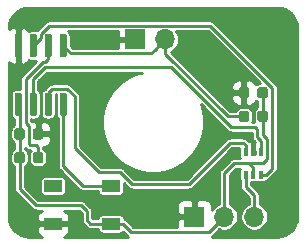
<source format=gbr>
G04 #@! TF.GenerationSoftware,KiCad,Pcbnew,5.1.5*
G04 #@! TF.CreationDate,2019-11-23T18:51:37+01:00*
G04 #@! TF.ProjectId,leg_sensor_board,6c65675f-7365-46e7-936f-725f626f6172,rev?*
G04 #@! TF.SameCoordinates,Original*
G04 #@! TF.FileFunction,Copper,L1,Top*
G04 #@! TF.FilePolarity,Positive*
%FSLAX46Y46*%
G04 Gerber Fmt 4.6, Leading zero omitted, Abs format (unit mm)*
G04 Created by KiCad (PCBNEW 5.1.5) date 2019-11-23 18:51:37*
%MOMM*%
%LPD*%
G04 APERTURE LIST*
%ADD10C,0.100000*%
%ADD11R,1.500000X1.000000*%
%ADD12R,0.400000X0.650000*%
%ADD13R,1.700000X1.700000*%
%ADD14O,1.700000X1.700000*%
%ADD15C,0.800000*%
%ADD16C,0.250000*%
%ADD17C,0.254000*%
G04 APERTURE END LIST*
G04 #@! TA.AperFunction,SMDPad,CuDef*
D10*
G36*
X121027691Y-103026053D02*
G01*
X121048926Y-103029203D01*
X121069750Y-103034419D01*
X121089962Y-103041651D01*
X121109368Y-103050830D01*
X121127781Y-103061866D01*
X121145024Y-103074654D01*
X121160930Y-103089070D01*
X121175346Y-103104976D01*
X121188134Y-103122219D01*
X121199170Y-103140632D01*
X121208349Y-103160038D01*
X121215581Y-103180250D01*
X121220797Y-103201074D01*
X121223947Y-103222309D01*
X121225000Y-103243750D01*
X121225000Y-103756250D01*
X121223947Y-103777691D01*
X121220797Y-103798926D01*
X121215581Y-103819750D01*
X121208349Y-103839962D01*
X121199170Y-103859368D01*
X121188134Y-103877781D01*
X121175346Y-103895024D01*
X121160930Y-103910930D01*
X121145024Y-103925346D01*
X121127781Y-103938134D01*
X121109368Y-103949170D01*
X121089962Y-103958349D01*
X121069750Y-103965581D01*
X121048926Y-103970797D01*
X121027691Y-103973947D01*
X121006250Y-103975000D01*
X120568750Y-103975000D01*
X120547309Y-103973947D01*
X120526074Y-103970797D01*
X120505250Y-103965581D01*
X120485038Y-103958349D01*
X120465632Y-103949170D01*
X120447219Y-103938134D01*
X120429976Y-103925346D01*
X120414070Y-103910930D01*
X120399654Y-103895024D01*
X120386866Y-103877781D01*
X120375830Y-103859368D01*
X120366651Y-103839962D01*
X120359419Y-103819750D01*
X120354203Y-103798926D01*
X120351053Y-103777691D01*
X120350000Y-103756250D01*
X120350000Y-103243750D01*
X120351053Y-103222309D01*
X120354203Y-103201074D01*
X120359419Y-103180250D01*
X120366651Y-103160038D01*
X120375830Y-103140632D01*
X120386866Y-103122219D01*
X120399654Y-103104976D01*
X120414070Y-103089070D01*
X120429976Y-103074654D01*
X120447219Y-103061866D01*
X120465632Y-103050830D01*
X120485038Y-103041651D01*
X120505250Y-103034419D01*
X120526074Y-103029203D01*
X120547309Y-103026053D01*
X120568750Y-103025000D01*
X121006250Y-103025000D01*
X121027691Y-103026053D01*
G37*
G04 #@! TD.AperFunction*
G04 #@! TA.AperFunction,SMDPad,CuDef*
G36*
X119452691Y-103026053D02*
G01*
X119473926Y-103029203D01*
X119494750Y-103034419D01*
X119514962Y-103041651D01*
X119534368Y-103050830D01*
X119552781Y-103061866D01*
X119570024Y-103074654D01*
X119585930Y-103089070D01*
X119600346Y-103104976D01*
X119613134Y-103122219D01*
X119624170Y-103140632D01*
X119633349Y-103160038D01*
X119640581Y-103180250D01*
X119645797Y-103201074D01*
X119648947Y-103222309D01*
X119650000Y-103243750D01*
X119650000Y-103756250D01*
X119648947Y-103777691D01*
X119645797Y-103798926D01*
X119640581Y-103819750D01*
X119633349Y-103839962D01*
X119624170Y-103859368D01*
X119613134Y-103877781D01*
X119600346Y-103895024D01*
X119585930Y-103910930D01*
X119570024Y-103925346D01*
X119552781Y-103938134D01*
X119534368Y-103949170D01*
X119514962Y-103958349D01*
X119494750Y-103965581D01*
X119473926Y-103970797D01*
X119452691Y-103973947D01*
X119431250Y-103975000D01*
X118993750Y-103975000D01*
X118972309Y-103973947D01*
X118951074Y-103970797D01*
X118930250Y-103965581D01*
X118910038Y-103958349D01*
X118890632Y-103949170D01*
X118872219Y-103938134D01*
X118854976Y-103925346D01*
X118839070Y-103910930D01*
X118824654Y-103895024D01*
X118811866Y-103877781D01*
X118800830Y-103859368D01*
X118791651Y-103839962D01*
X118784419Y-103819750D01*
X118779203Y-103798926D01*
X118776053Y-103777691D01*
X118775000Y-103756250D01*
X118775000Y-103243750D01*
X118776053Y-103222309D01*
X118779203Y-103201074D01*
X118784419Y-103180250D01*
X118791651Y-103160038D01*
X118800830Y-103140632D01*
X118811866Y-103122219D01*
X118824654Y-103104976D01*
X118839070Y-103089070D01*
X118854976Y-103074654D01*
X118872219Y-103061866D01*
X118890632Y-103050830D01*
X118910038Y-103041651D01*
X118930250Y-103034419D01*
X118951074Y-103029203D01*
X118972309Y-103026053D01*
X118993750Y-103025000D01*
X119431250Y-103025000D01*
X119452691Y-103026053D01*
G37*
G04 #@! TD.AperFunction*
D11*
X107950000Y-114600000D03*
X107950000Y-111400000D03*
X103050000Y-114600000D03*
X103050000Y-111400000D03*
G04 #@! TA.AperFunction,SMDPad,CuDef*
D10*
G36*
X100452691Y-106526053D02*
G01*
X100473926Y-106529203D01*
X100494750Y-106534419D01*
X100514962Y-106541651D01*
X100534368Y-106550830D01*
X100552781Y-106561866D01*
X100570024Y-106574654D01*
X100585930Y-106589070D01*
X100600346Y-106604976D01*
X100613134Y-106622219D01*
X100624170Y-106640632D01*
X100633349Y-106660038D01*
X100640581Y-106680250D01*
X100645797Y-106701074D01*
X100648947Y-106722309D01*
X100650000Y-106743750D01*
X100650000Y-107256250D01*
X100648947Y-107277691D01*
X100645797Y-107298926D01*
X100640581Y-107319750D01*
X100633349Y-107339962D01*
X100624170Y-107359368D01*
X100613134Y-107377781D01*
X100600346Y-107395024D01*
X100585930Y-107410930D01*
X100570024Y-107425346D01*
X100552781Y-107438134D01*
X100534368Y-107449170D01*
X100514962Y-107458349D01*
X100494750Y-107465581D01*
X100473926Y-107470797D01*
X100452691Y-107473947D01*
X100431250Y-107475000D01*
X99993750Y-107475000D01*
X99972309Y-107473947D01*
X99951074Y-107470797D01*
X99930250Y-107465581D01*
X99910038Y-107458349D01*
X99890632Y-107449170D01*
X99872219Y-107438134D01*
X99854976Y-107425346D01*
X99839070Y-107410930D01*
X99824654Y-107395024D01*
X99811866Y-107377781D01*
X99800830Y-107359368D01*
X99791651Y-107339962D01*
X99784419Y-107319750D01*
X99779203Y-107298926D01*
X99776053Y-107277691D01*
X99775000Y-107256250D01*
X99775000Y-106743750D01*
X99776053Y-106722309D01*
X99779203Y-106701074D01*
X99784419Y-106680250D01*
X99791651Y-106660038D01*
X99800830Y-106640632D01*
X99811866Y-106622219D01*
X99824654Y-106604976D01*
X99839070Y-106589070D01*
X99854976Y-106574654D01*
X99872219Y-106561866D01*
X99890632Y-106550830D01*
X99910038Y-106541651D01*
X99930250Y-106534419D01*
X99951074Y-106529203D01*
X99972309Y-106526053D01*
X99993750Y-106525000D01*
X100431250Y-106525000D01*
X100452691Y-106526053D01*
G37*
G04 #@! TD.AperFunction*
G04 #@! TA.AperFunction,SMDPad,CuDef*
G36*
X102027691Y-106526053D02*
G01*
X102048926Y-106529203D01*
X102069750Y-106534419D01*
X102089962Y-106541651D01*
X102109368Y-106550830D01*
X102127781Y-106561866D01*
X102145024Y-106574654D01*
X102160930Y-106589070D01*
X102175346Y-106604976D01*
X102188134Y-106622219D01*
X102199170Y-106640632D01*
X102208349Y-106660038D01*
X102215581Y-106680250D01*
X102220797Y-106701074D01*
X102223947Y-106722309D01*
X102225000Y-106743750D01*
X102225000Y-107256250D01*
X102223947Y-107277691D01*
X102220797Y-107298926D01*
X102215581Y-107319750D01*
X102208349Y-107339962D01*
X102199170Y-107359368D01*
X102188134Y-107377781D01*
X102175346Y-107395024D01*
X102160930Y-107410930D01*
X102145024Y-107425346D01*
X102127781Y-107438134D01*
X102109368Y-107449170D01*
X102089962Y-107458349D01*
X102069750Y-107465581D01*
X102048926Y-107470797D01*
X102027691Y-107473947D01*
X102006250Y-107475000D01*
X101568750Y-107475000D01*
X101547309Y-107473947D01*
X101526074Y-107470797D01*
X101505250Y-107465581D01*
X101485038Y-107458349D01*
X101465632Y-107449170D01*
X101447219Y-107438134D01*
X101429976Y-107425346D01*
X101414070Y-107410930D01*
X101399654Y-107395024D01*
X101386866Y-107377781D01*
X101375830Y-107359368D01*
X101366651Y-107339962D01*
X101359419Y-107319750D01*
X101354203Y-107298926D01*
X101351053Y-107277691D01*
X101350000Y-107256250D01*
X101350000Y-106743750D01*
X101351053Y-106722309D01*
X101354203Y-106701074D01*
X101359419Y-106680250D01*
X101366651Y-106660038D01*
X101375830Y-106640632D01*
X101386866Y-106622219D01*
X101399654Y-106604976D01*
X101414070Y-106589070D01*
X101429976Y-106574654D01*
X101447219Y-106561866D01*
X101465632Y-106550830D01*
X101485038Y-106541651D01*
X101505250Y-106534419D01*
X101526074Y-106529203D01*
X101547309Y-106526053D01*
X101568750Y-106525000D01*
X102006250Y-106525000D01*
X102027691Y-106526053D01*
G37*
G04 #@! TD.AperFunction*
D12*
X120650000Y-108550000D03*
X119350000Y-108550000D03*
X120000000Y-110450000D03*
X120000000Y-108550000D03*
X119350000Y-110450000D03*
X120650000Y-110450000D03*
G04 #@! TA.AperFunction,SMDPad,CuDef*
D10*
G36*
X100259703Y-103500722D02*
G01*
X100274264Y-103502882D01*
X100288543Y-103506459D01*
X100302403Y-103511418D01*
X100315710Y-103517712D01*
X100328336Y-103525280D01*
X100340159Y-103534048D01*
X100351066Y-103543934D01*
X100360952Y-103554841D01*
X100369720Y-103566664D01*
X100377288Y-103579290D01*
X100383582Y-103592597D01*
X100388541Y-103606457D01*
X100392118Y-103620736D01*
X100394278Y-103635297D01*
X100395000Y-103650000D01*
X100395000Y-105300000D01*
X100394278Y-105314703D01*
X100392118Y-105329264D01*
X100388541Y-105343543D01*
X100383582Y-105357403D01*
X100377288Y-105370710D01*
X100369720Y-105383336D01*
X100360952Y-105395159D01*
X100351066Y-105406066D01*
X100340159Y-105415952D01*
X100328336Y-105424720D01*
X100315710Y-105432288D01*
X100302403Y-105438582D01*
X100288543Y-105443541D01*
X100274264Y-105447118D01*
X100259703Y-105449278D01*
X100245000Y-105450000D01*
X99945000Y-105450000D01*
X99930297Y-105449278D01*
X99915736Y-105447118D01*
X99901457Y-105443541D01*
X99887597Y-105438582D01*
X99874290Y-105432288D01*
X99861664Y-105424720D01*
X99849841Y-105415952D01*
X99838934Y-105406066D01*
X99829048Y-105395159D01*
X99820280Y-105383336D01*
X99812712Y-105370710D01*
X99806418Y-105357403D01*
X99801459Y-105343543D01*
X99797882Y-105329264D01*
X99795722Y-105314703D01*
X99795000Y-105300000D01*
X99795000Y-103650000D01*
X99795722Y-103635297D01*
X99797882Y-103620736D01*
X99801459Y-103606457D01*
X99806418Y-103592597D01*
X99812712Y-103579290D01*
X99820280Y-103566664D01*
X99829048Y-103554841D01*
X99838934Y-103543934D01*
X99849841Y-103534048D01*
X99861664Y-103525280D01*
X99874290Y-103517712D01*
X99887597Y-103511418D01*
X99901457Y-103506459D01*
X99915736Y-103502882D01*
X99930297Y-103500722D01*
X99945000Y-103500000D01*
X100245000Y-103500000D01*
X100259703Y-103500722D01*
G37*
G04 #@! TD.AperFunction*
G04 #@! TA.AperFunction,SMDPad,CuDef*
G36*
X101529703Y-103500722D02*
G01*
X101544264Y-103502882D01*
X101558543Y-103506459D01*
X101572403Y-103511418D01*
X101585710Y-103517712D01*
X101598336Y-103525280D01*
X101610159Y-103534048D01*
X101621066Y-103543934D01*
X101630952Y-103554841D01*
X101639720Y-103566664D01*
X101647288Y-103579290D01*
X101653582Y-103592597D01*
X101658541Y-103606457D01*
X101662118Y-103620736D01*
X101664278Y-103635297D01*
X101665000Y-103650000D01*
X101665000Y-105300000D01*
X101664278Y-105314703D01*
X101662118Y-105329264D01*
X101658541Y-105343543D01*
X101653582Y-105357403D01*
X101647288Y-105370710D01*
X101639720Y-105383336D01*
X101630952Y-105395159D01*
X101621066Y-105406066D01*
X101610159Y-105415952D01*
X101598336Y-105424720D01*
X101585710Y-105432288D01*
X101572403Y-105438582D01*
X101558543Y-105443541D01*
X101544264Y-105447118D01*
X101529703Y-105449278D01*
X101515000Y-105450000D01*
X101215000Y-105450000D01*
X101200297Y-105449278D01*
X101185736Y-105447118D01*
X101171457Y-105443541D01*
X101157597Y-105438582D01*
X101144290Y-105432288D01*
X101131664Y-105424720D01*
X101119841Y-105415952D01*
X101108934Y-105406066D01*
X101099048Y-105395159D01*
X101090280Y-105383336D01*
X101082712Y-105370710D01*
X101076418Y-105357403D01*
X101071459Y-105343543D01*
X101067882Y-105329264D01*
X101065722Y-105314703D01*
X101065000Y-105300000D01*
X101065000Y-103650000D01*
X101065722Y-103635297D01*
X101067882Y-103620736D01*
X101071459Y-103606457D01*
X101076418Y-103592597D01*
X101082712Y-103579290D01*
X101090280Y-103566664D01*
X101099048Y-103554841D01*
X101108934Y-103543934D01*
X101119841Y-103534048D01*
X101131664Y-103525280D01*
X101144290Y-103517712D01*
X101157597Y-103511418D01*
X101171457Y-103506459D01*
X101185736Y-103502882D01*
X101200297Y-103500722D01*
X101215000Y-103500000D01*
X101515000Y-103500000D01*
X101529703Y-103500722D01*
G37*
G04 #@! TD.AperFunction*
G04 #@! TA.AperFunction,SMDPad,CuDef*
G36*
X102799703Y-103500722D02*
G01*
X102814264Y-103502882D01*
X102828543Y-103506459D01*
X102842403Y-103511418D01*
X102855710Y-103517712D01*
X102868336Y-103525280D01*
X102880159Y-103534048D01*
X102891066Y-103543934D01*
X102900952Y-103554841D01*
X102909720Y-103566664D01*
X102917288Y-103579290D01*
X102923582Y-103592597D01*
X102928541Y-103606457D01*
X102932118Y-103620736D01*
X102934278Y-103635297D01*
X102935000Y-103650000D01*
X102935000Y-105300000D01*
X102934278Y-105314703D01*
X102932118Y-105329264D01*
X102928541Y-105343543D01*
X102923582Y-105357403D01*
X102917288Y-105370710D01*
X102909720Y-105383336D01*
X102900952Y-105395159D01*
X102891066Y-105406066D01*
X102880159Y-105415952D01*
X102868336Y-105424720D01*
X102855710Y-105432288D01*
X102842403Y-105438582D01*
X102828543Y-105443541D01*
X102814264Y-105447118D01*
X102799703Y-105449278D01*
X102785000Y-105450000D01*
X102485000Y-105450000D01*
X102470297Y-105449278D01*
X102455736Y-105447118D01*
X102441457Y-105443541D01*
X102427597Y-105438582D01*
X102414290Y-105432288D01*
X102401664Y-105424720D01*
X102389841Y-105415952D01*
X102378934Y-105406066D01*
X102369048Y-105395159D01*
X102360280Y-105383336D01*
X102352712Y-105370710D01*
X102346418Y-105357403D01*
X102341459Y-105343543D01*
X102337882Y-105329264D01*
X102335722Y-105314703D01*
X102335000Y-105300000D01*
X102335000Y-103650000D01*
X102335722Y-103635297D01*
X102337882Y-103620736D01*
X102341459Y-103606457D01*
X102346418Y-103592597D01*
X102352712Y-103579290D01*
X102360280Y-103566664D01*
X102369048Y-103554841D01*
X102378934Y-103543934D01*
X102389841Y-103534048D01*
X102401664Y-103525280D01*
X102414290Y-103517712D01*
X102427597Y-103511418D01*
X102441457Y-103506459D01*
X102455736Y-103502882D01*
X102470297Y-103500722D01*
X102485000Y-103500000D01*
X102785000Y-103500000D01*
X102799703Y-103500722D01*
G37*
G04 #@! TD.AperFunction*
G04 #@! TA.AperFunction,SMDPad,CuDef*
G36*
X104069703Y-103500722D02*
G01*
X104084264Y-103502882D01*
X104098543Y-103506459D01*
X104112403Y-103511418D01*
X104125710Y-103517712D01*
X104138336Y-103525280D01*
X104150159Y-103534048D01*
X104161066Y-103543934D01*
X104170952Y-103554841D01*
X104179720Y-103566664D01*
X104187288Y-103579290D01*
X104193582Y-103592597D01*
X104198541Y-103606457D01*
X104202118Y-103620736D01*
X104204278Y-103635297D01*
X104205000Y-103650000D01*
X104205000Y-105300000D01*
X104204278Y-105314703D01*
X104202118Y-105329264D01*
X104198541Y-105343543D01*
X104193582Y-105357403D01*
X104187288Y-105370710D01*
X104179720Y-105383336D01*
X104170952Y-105395159D01*
X104161066Y-105406066D01*
X104150159Y-105415952D01*
X104138336Y-105424720D01*
X104125710Y-105432288D01*
X104112403Y-105438582D01*
X104098543Y-105443541D01*
X104084264Y-105447118D01*
X104069703Y-105449278D01*
X104055000Y-105450000D01*
X103755000Y-105450000D01*
X103740297Y-105449278D01*
X103725736Y-105447118D01*
X103711457Y-105443541D01*
X103697597Y-105438582D01*
X103684290Y-105432288D01*
X103671664Y-105424720D01*
X103659841Y-105415952D01*
X103648934Y-105406066D01*
X103639048Y-105395159D01*
X103630280Y-105383336D01*
X103622712Y-105370710D01*
X103616418Y-105357403D01*
X103611459Y-105343543D01*
X103607882Y-105329264D01*
X103605722Y-105314703D01*
X103605000Y-105300000D01*
X103605000Y-103650000D01*
X103605722Y-103635297D01*
X103607882Y-103620736D01*
X103611459Y-103606457D01*
X103616418Y-103592597D01*
X103622712Y-103579290D01*
X103630280Y-103566664D01*
X103639048Y-103554841D01*
X103648934Y-103543934D01*
X103659841Y-103534048D01*
X103671664Y-103525280D01*
X103684290Y-103517712D01*
X103697597Y-103511418D01*
X103711457Y-103506459D01*
X103725736Y-103502882D01*
X103740297Y-103500722D01*
X103755000Y-103500000D01*
X104055000Y-103500000D01*
X104069703Y-103500722D01*
G37*
G04 #@! TD.AperFunction*
G04 #@! TA.AperFunction,SMDPad,CuDef*
G36*
X104069703Y-98550722D02*
G01*
X104084264Y-98552882D01*
X104098543Y-98556459D01*
X104112403Y-98561418D01*
X104125710Y-98567712D01*
X104138336Y-98575280D01*
X104150159Y-98584048D01*
X104161066Y-98593934D01*
X104170952Y-98604841D01*
X104179720Y-98616664D01*
X104187288Y-98629290D01*
X104193582Y-98642597D01*
X104198541Y-98656457D01*
X104202118Y-98670736D01*
X104204278Y-98685297D01*
X104205000Y-98700000D01*
X104205000Y-100350000D01*
X104204278Y-100364703D01*
X104202118Y-100379264D01*
X104198541Y-100393543D01*
X104193582Y-100407403D01*
X104187288Y-100420710D01*
X104179720Y-100433336D01*
X104170952Y-100445159D01*
X104161066Y-100456066D01*
X104150159Y-100465952D01*
X104138336Y-100474720D01*
X104125710Y-100482288D01*
X104112403Y-100488582D01*
X104098543Y-100493541D01*
X104084264Y-100497118D01*
X104069703Y-100499278D01*
X104055000Y-100500000D01*
X103755000Y-100500000D01*
X103740297Y-100499278D01*
X103725736Y-100497118D01*
X103711457Y-100493541D01*
X103697597Y-100488582D01*
X103684290Y-100482288D01*
X103671664Y-100474720D01*
X103659841Y-100465952D01*
X103648934Y-100456066D01*
X103639048Y-100445159D01*
X103630280Y-100433336D01*
X103622712Y-100420710D01*
X103616418Y-100407403D01*
X103611459Y-100393543D01*
X103607882Y-100379264D01*
X103605722Y-100364703D01*
X103605000Y-100350000D01*
X103605000Y-98700000D01*
X103605722Y-98685297D01*
X103607882Y-98670736D01*
X103611459Y-98656457D01*
X103616418Y-98642597D01*
X103622712Y-98629290D01*
X103630280Y-98616664D01*
X103639048Y-98604841D01*
X103648934Y-98593934D01*
X103659841Y-98584048D01*
X103671664Y-98575280D01*
X103684290Y-98567712D01*
X103697597Y-98561418D01*
X103711457Y-98556459D01*
X103725736Y-98552882D01*
X103740297Y-98550722D01*
X103755000Y-98550000D01*
X104055000Y-98550000D01*
X104069703Y-98550722D01*
G37*
G04 #@! TD.AperFunction*
G04 #@! TA.AperFunction,SMDPad,CuDef*
G36*
X102799703Y-98550722D02*
G01*
X102814264Y-98552882D01*
X102828543Y-98556459D01*
X102842403Y-98561418D01*
X102855710Y-98567712D01*
X102868336Y-98575280D01*
X102880159Y-98584048D01*
X102891066Y-98593934D01*
X102900952Y-98604841D01*
X102909720Y-98616664D01*
X102917288Y-98629290D01*
X102923582Y-98642597D01*
X102928541Y-98656457D01*
X102932118Y-98670736D01*
X102934278Y-98685297D01*
X102935000Y-98700000D01*
X102935000Y-100350000D01*
X102934278Y-100364703D01*
X102932118Y-100379264D01*
X102928541Y-100393543D01*
X102923582Y-100407403D01*
X102917288Y-100420710D01*
X102909720Y-100433336D01*
X102900952Y-100445159D01*
X102891066Y-100456066D01*
X102880159Y-100465952D01*
X102868336Y-100474720D01*
X102855710Y-100482288D01*
X102842403Y-100488582D01*
X102828543Y-100493541D01*
X102814264Y-100497118D01*
X102799703Y-100499278D01*
X102785000Y-100500000D01*
X102485000Y-100500000D01*
X102470297Y-100499278D01*
X102455736Y-100497118D01*
X102441457Y-100493541D01*
X102427597Y-100488582D01*
X102414290Y-100482288D01*
X102401664Y-100474720D01*
X102389841Y-100465952D01*
X102378934Y-100456066D01*
X102369048Y-100445159D01*
X102360280Y-100433336D01*
X102352712Y-100420710D01*
X102346418Y-100407403D01*
X102341459Y-100393543D01*
X102337882Y-100379264D01*
X102335722Y-100364703D01*
X102335000Y-100350000D01*
X102335000Y-98700000D01*
X102335722Y-98685297D01*
X102337882Y-98670736D01*
X102341459Y-98656457D01*
X102346418Y-98642597D01*
X102352712Y-98629290D01*
X102360280Y-98616664D01*
X102369048Y-98604841D01*
X102378934Y-98593934D01*
X102389841Y-98584048D01*
X102401664Y-98575280D01*
X102414290Y-98567712D01*
X102427597Y-98561418D01*
X102441457Y-98556459D01*
X102455736Y-98552882D01*
X102470297Y-98550722D01*
X102485000Y-98550000D01*
X102785000Y-98550000D01*
X102799703Y-98550722D01*
G37*
G04 #@! TD.AperFunction*
G04 #@! TA.AperFunction,SMDPad,CuDef*
G36*
X101529703Y-98550722D02*
G01*
X101544264Y-98552882D01*
X101558543Y-98556459D01*
X101572403Y-98561418D01*
X101585710Y-98567712D01*
X101598336Y-98575280D01*
X101610159Y-98584048D01*
X101621066Y-98593934D01*
X101630952Y-98604841D01*
X101639720Y-98616664D01*
X101647288Y-98629290D01*
X101653582Y-98642597D01*
X101658541Y-98656457D01*
X101662118Y-98670736D01*
X101664278Y-98685297D01*
X101665000Y-98700000D01*
X101665000Y-100350000D01*
X101664278Y-100364703D01*
X101662118Y-100379264D01*
X101658541Y-100393543D01*
X101653582Y-100407403D01*
X101647288Y-100420710D01*
X101639720Y-100433336D01*
X101630952Y-100445159D01*
X101621066Y-100456066D01*
X101610159Y-100465952D01*
X101598336Y-100474720D01*
X101585710Y-100482288D01*
X101572403Y-100488582D01*
X101558543Y-100493541D01*
X101544264Y-100497118D01*
X101529703Y-100499278D01*
X101515000Y-100500000D01*
X101215000Y-100500000D01*
X101200297Y-100499278D01*
X101185736Y-100497118D01*
X101171457Y-100493541D01*
X101157597Y-100488582D01*
X101144290Y-100482288D01*
X101131664Y-100474720D01*
X101119841Y-100465952D01*
X101108934Y-100456066D01*
X101099048Y-100445159D01*
X101090280Y-100433336D01*
X101082712Y-100420710D01*
X101076418Y-100407403D01*
X101071459Y-100393543D01*
X101067882Y-100379264D01*
X101065722Y-100364703D01*
X101065000Y-100350000D01*
X101065000Y-98700000D01*
X101065722Y-98685297D01*
X101067882Y-98670736D01*
X101071459Y-98656457D01*
X101076418Y-98642597D01*
X101082712Y-98629290D01*
X101090280Y-98616664D01*
X101099048Y-98604841D01*
X101108934Y-98593934D01*
X101119841Y-98584048D01*
X101131664Y-98575280D01*
X101144290Y-98567712D01*
X101157597Y-98561418D01*
X101171457Y-98556459D01*
X101185736Y-98552882D01*
X101200297Y-98550722D01*
X101215000Y-98550000D01*
X101515000Y-98550000D01*
X101529703Y-98550722D01*
G37*
G04 #@! TD.AperFunction*
G04 #@! TA.AperFunction,SMDPad,CuDef*
G36*
X100259703Y-98550722D02*
G01*
X100274264Y-98552882D01*
X100288543Y-98556459D01*
X100302403Y-98561418D01*
X100315710Y-98567712D01*
X100328336Y-98575280D01*
X100340159Y-98584048D01*
X100351066Y-98593934D01*
X100360952Y-98604841D01*
X100369720Y-98616664D01*
X100377288Y-98629290D01*
X100383582Y-98642597D01*
X100388541Y-98656457D01*
X100392118Y-98670736D01*
X100394278Y-98685297D01*
X100395000Y-98700000D01*
X100395000Y-100350000D01*
X100394278Y-100364703D01*
X100392118Y-100379264D01*
X100388541Y-100393543D01*
X100383582Y-100407403D01*
X100377288Y-100420710D01*
X100369720Y-100433336D01*
X100360952Y-100445159D01*
X100351066Y-100456066D01*
X100340159Y-100465952D01*
X100328336Y-100474720D01*
X100315710Y-100482288D01*
X100302403Y-100488582D01*
X100288543Y-100493541D01*
X100274264Y-100497118D01*
X100259703Y-100499278D01*
X100245000Y-100500000D01*
X99945000Y-100500000D01*
X99930297Y-100499278D01*
X99915736Y-100497118D01*
X99901457Y-100493541D01*
X99887597Y-100488582D01*
X99874290Y-100482288D01*
X99861664Y-100474720D01*
X99849841Y-100465952D01*
X99838934Y-100456066D01*
X99829048Y-100445159D01*
X99820280Y-100433336D01*
X99812712Y-100420710D01*
X99806418Y-100407403D01*
X99801459Y-100393543D01*
X99797882Y-100379264D01*
X99795722Y-100364703D01*
X99795000Y-100350000D01*
X99795000Y-98700000D01*
X99795722Y-98685297D01*
X99797882Y-98670736D01*
X99801459Y-98656457D01*
X99806418Y-98642597D01*
X99812712Y-98629290D01*
X99820280Y-98616664D01*
X99829048Y-98604841D01*
X99838934Y-98593934D01*
X99849841Y-98584048D01*
X99861664Y-98575280D01*
X99874290Y-98567712D01*
X99887597Y-98561418D01*
X99901457Y-98556459D01*
X99915736Y-98552882D01*
X99930297Y-98550722D01*
X99945000Y-98550000D01*
X100245000Y-98550000D01*
X100259703Y-98550722D01*
G37*
G04 #@! TD.AperFunction*
G04 #@! TA.AperFunction,SMDPad,CuDef*
G36*
X119452691Y-105026053D02*
G01*
X119473926Y-105029203D01*
X119494750Y-105034419D01*
X119514962Y-105041651D01*
X119534368Y-105050830D01*
X119552781Y-105061866D01*
X119570024Y-105074654D01*
X119585930Y-105089070D01*
X119600346Y-105104976D01*
X119613134Y-105122219D01*
X119624170Y-105140632D01*
X119633349Y-105160038D01*
X119640581Y-105180250D01*
X119645797Y-105201074D01*
X119648947Y-105222309D01*
X119650000Y-105243750D01*
X119650000Y-105756250D01*
X119648947Y-105777691D01*
X119645797Y-105798926D01*
X119640581Y-105819750D01*
X119633349Y-105839962D01*
X119624170Y-105859368D01*
X119613134Y-105877781D01*
X119600346Y-105895024D01*
X119585930Y-105910930D01*
X119570024Y-105925346D01*
X119552781Y-105938134D01*
X119534368Y-105949170D01*
X119514962Y-105958349D01*
X119494750Y-105965581D01*
X119473926Y-105970797D01*
X119452691Y-105973947D01*
X119431250Y-105975000D01*
X118993750Y-105975000D01*
X118972309Y-105973947D01*
X118951074Y-105970797D01*
X118930250Y-105965581D01*
X118910038Y-105958349D01*
X118890632Y-105949170D01*
X118872219Y-105938134D01*
X118854976Y-105925346D01*
X118839070Y-105910930D01*
X118824654Y-105895024D01*
X118811866Y-105877781D01*
X118800830Y-105859368D01*
X118791651Y-105839962D01*
X118784419Y-105819750D01*
X118779203Y-105798926D01*
X118776053Y-105777691D01*
X118775000Y-105756250D01*
X118775000Y-105243750D01*
X118776053Y-105222309D01*
X118779203Y-105201074D01*
X118784419Y-105180250D01*
X118791651Y-105160038D01*
X118800830Y-105140632D01*
X118811866Y-105122219D01*
X118824654Y-105104976D01*
X118839070Y-105089070D01*
X118854976Y-105074654D01*
X118872219Y-105061866D01*
X118890632Y-105050830D01*
X118910038Y-105041651D01*
X118930250Y-105034419D01*
X118951074Y-105029203D01*
X118972309Y-105026053D01*
X118993750Y-105025000D01*
X119431250Y-105025000D01*
X119452691Y-105026053D01*
G37*
G04 #@! TD.AperFunction*
G04 #@! TA.AperFunction,SMDPad,CuDef*
G36*
X121027691Y-105026053D02*
G01*
X121048926Y-105029203D01*
X121069750Y-105034419D01*
X121089962Y-105041651D01*
X121109368Y-105050830D01*
X121127781Y-105061866D01*
X121145024Y-105074654D01*
X121160930Y-105089070D01*
X121175346Y-105104976D01*
X121188134Y-105122219D01*
X121199170Y-105140632D01*
X121208349Y-105160038D01*
X121215581Y-105180250D01*
X121220797Y-105201074D01*
X121223947Y-105222309D01*
X121225000Y-105243750D01*
X121225000Y-105756250D01*
X121223947Y-105777691D01*
X121220797Y-105798926D01*
X121215581Y-105819750D01*
X121208349Y-105839962D01*
X121199170Y-105859368D01*
X121188134Y-105877781D01*
X121175346Y-105895024D01*
X121160930Y-105910930D01*
X121145024Y-105925346D01*
X121127781Y-105938134D01*
X121109368Y-105949170D01*
X121089962Y-105958349D01*
X121069750Y-105965581D01*
X121048926Y-105970797D01*
X121027691Y-105973947D01*
X121006250Y-105975000D01*
X120568750Y-105975000D01*
X120547309Y-105973947D01*
X120526074Y-105970797D01*
X120505250Y-105965581D01*
X120485038Y-105958349D01*
X120465632Y-105949170D01*
X120447219Y-105938134D01*
X120429976Y-105925346D01*
X120414070Y-105910930D01*
X120399654Y-105895024D01*
X120386866Y-105877781D01*
X120375830Y-105859368D01*
X120366651Y-105839962D01*
X120359419Y-105819750D01*
X120354203Y-105798926D01*
X120351053Y-105777691D01*
X120350000Y-105756250D01*
X120350000Y-105243750D01*
X120351053Y-105222309D01*
X120354203Y-105201074D01*
X120359419Y-105180250D01*
X120366651Y-105160038D01*
X120375830Y-105140632D01*
X120386866Y-105122219D01*
X120399654Y-105104976D01*
X120414070Y-105089070D01*
X120429976Y-105074654D01*
X120447219Y-105061866D01*
X120465632Y-105050830D01*
X120485038Y-105041651D01*
X120505250Y-105034419D01*
X120526074Y-105029203D01*
X120547309Y-105026053D01*
X120568750Y-105025000D01*
X121006250Y-105025000D01*
X121027691Y-105026053D01*
G37*
G04 #@! TD.AperFunction*
G04 #@! TA.AperFunction,SMDPad,CuDef*
G36*
X102027691Y-108526053D02*
G01*
X102048926Y-108529203D01*
X102069750Y-108534419D01*
X102089962Y-108541651D01*
X102109368Y-108550830D01*
X102127781Y-108561866D01*
X102145024Y-108574654D01*
X102160930Y-108589070D01*
X102175346Y-108604976D01*
X102188134Y-108622219D01*
X102199170Y-108640632D01*
X102208349Y-108660038D01*
X102215581Y-108680250D01*
X102220797Y-108701074D01*
X102223947Y-108722309D01*
X102225000Y-108743750D01*
X102225000Y-109256250D01*
X102223947Y-109277691D01*
X102220797Y-109298926D01*
X102215581Y-109319750D01*
X102208349Y-109339962D01*
X102199170Y-109359368D01*
X102188134Y-109377781D01*
X102175346Y-109395024D01*
X102160930Y-109410930D01*
X102145024Y-109425346D01*
X102127781Y-109438134D01*
X102109368Y-109449170D01*
X102089962Y-109458349D01*
X102069750Y-109465581D01*
X102048926Y-109470797D01*
X102027691Y-109473947D01*
X102006250Y-109475000D01*
X101568750Y-109475000D01*
X101547309Y-109473947D01*
X101526074Y-109470797D01*
X101505250Y-109465581D01*
X101485038Y-109458349D01*
X101465632Y-109449170D01*
X101447219Y-109438134D01*
X101429976Y-109425346D01*
X101414070Y-109410930D01*
X101399654Y-109395024D01*
X101386866Y-109377781D01*
X101375830Y-109359368D01*
X101366651Y-109339962D01*
X101359419Y-109319750D01*
X101354203Y-109298926D01*
X101351053Y-109277691D01*
X101350000Y-109256250D01*
X101350000Y-108743750D01*
X101351053Y-108722309D01*
X101354203Y-108701074D01*
X101359419Y-108680250D01*
X101366651Y-108660038D01*
X101375830Y-108640632D01*
X101386866Y-108622219D01*
X101399654Y-108604976D01*
X101414070Y-108589070D01*
X101429976Y-108574654D01*
X101447219Y-108561866D01*
X101465632Y-108550830D01*
X101485038Y-108541651D01*
X101505250Y-108534419D01*
X101526074Y-108529203D01*
X101547309Y-108526053D01*
X101568750Y-108525000D01*
X102006250Y-108525000D01*
X102027691Y-108526053D01*
G37*
G04 #@! TD.AperFunction*
G04 #@! TA.AperFunction,SMDPad,CuDef*
G36*
X100452691Y-108526053D02*
G01*
X100473926Y-108529203D01*
X100494750Y-108534419D01*
X100514962Y-108541651D01*
X100534368Y-108550830D01*
X100552781Y-108561866D01*
X100570024Y-108574654D01*
X100585930Y-108589070D01*
X100600346Y-108604976D01*
X100613134Y-108622219D01*
X100624170Y-108640632D01*
X100633349Y-108660038D01*
X100640581Y-108680250D01*
X100645797Y-108701074D01*
X100648947Y-108722309D01*
X100650000Y-108743750D01*
X100650000Y-109256250D01*
X100648947Y-109277691D01*
X100645797Y-109298926D01*
X100640581Y-109319750D01*
X100633349Y-109339962D01*
X100624170Y-109359368D01*
X100613134Y-109377781D01*
X100600346Y-109395024D01*
X100585930Y-109410930D01*
X100570024Y-109425346D01*
X100552781Y-109438134D01*
X100534368Y-109449170D01*
X100514962Y-109458349D01*
X100494750Y-109465581D01*
X100473926Y-109470797D01*
X100452691Y-109473947D01*
X100431250Y-109475000D01*
X99993750Y-109475000D01*
X99972309Y-109473947D01*
X99951074Y-109470797D01*
X99930250Y-109465581D01*
X99910038Y-109458349D01*
X99890632Y-109449170D01*
X99872219Y-109438134D01*
X99854976Y-109425346D01*
X99839070Y-109410930D01*
X99824654Y-109395024D01*
X99811866Y-109377781D01*
X99800830Y-109359368D01*
X99791651Y-109339962D01*
X99784419Y-109319750D01*
X99779203Y-109298926D01*
X99776053Y-109277691D01*
X99775000Y-109256250D01*
X99775000Y-108743750D01*
X99776053Y-108722309D01*
X99779203Y-108701074D01*
X99784419Y-108680250D01*
X99791651Y-108660038D01*
X99800830Y-108640632D01*
X99811866Y-108622219D01*
X99824654Y-108604976D01*
X99839070Y-108589070D01*
X99854976Y-108574654D01*
X99872219Y-108561866D01*
X99890632Y-108550830D01*
X99910038Y-108541651D01*
X99930250Y-108534419D01*
X99951074Y-108529203D01*
X99972309Y-108526053D01*
X99993750Y-108525000D01*
X100431250Y-108525000D01*
X100452691Y-108526053D01*
G37*
G04 #@! TD.AperFunction*
D13*
X110000000Y-99000000D03*
D14*
X112540000Y-99000000D03*
D13*
X115000000Y-114000000D03*
D14*
X117540000Y-114000000D03*
X120080000Y-114000000D03*
D15*
X109474000Y-113030000D03*
X110490000Y-113030000D03*
X122428000Y-112522000D03*
X122428000Y-111506000D03*
X117348000Y-101600000D03*
X117348000Y-102616000D03*
X116332000Y-101600000D03*
X104902000Y-114046000D03*
X101092000Y-114046000D03*
X117094000Y-106680000D03*
X114554000Y-109982000D03*
D16*
X100212500Y-109000000D02*
X100212500Y-107000000D01*
X100212500Y-104592500D02*
X100095000Y-104475000D01*
X100212500Y-107000000D02*
X100212500Y-104592500D01*
X117540000Y-114000000D02*
X117540000Y-110298000D01*
X117540000Y-110298000D02*
X118364000Y-109474000D01*
X118364000Y-109474000D02*
X119634000Y-109474000D01*
X120000000Y-109840000D02*
X120000000Y-110450000D01*
X119634000Y-109474000D02*
X120000000Y-109840000D01*
X121175001Y-109135001D02*
X121175001Y-107459001D01*
X119634000Y-109474000D02*
X120836002Y-109474000D01*
X120836002Y-109474000D02*
X121175001Y-109135001D01*
X120787500Y-107071500D02*
X120787500Y-105500000D01*
X121175001Y-107459001D02*
X120787500Y-107071500D01*
X120787500Y-105500000D02*
X120787500Y-103500000D01*
X117540000Y-114000000D02*
X116224000Y-115316000D01*
X116224000Y-115316000D02*
X109666000Y-115316000D01*
X108950000Y-114600000D02*
X107950000Y-114600000D01*
X109666000Y-115316000D02*
X108950000Y-114600000D01*
X100212500Y-109000000D02*
X100212500Y-111642500D01*
X100212500Y-111642500D02*
X101600000Y-113030000D01*
X101600000Y-113030000D02*
X105410000Y-113030000D01*
X105410000Y-113030000D02*
X105918000Y-113538000D01*
X105918000Y-113538000D02*
X105918000Y-114300000D01*
X106218000Y-114600000D02*
X107950000Y-114600000D01*
X105918000Y-114300000D02*
X106218000Y-114600000D01*
X119350000Y-110450000D02*
X119350000Y-111476000D01*
X120080000Y-112206000D02*
X120080000Y-114000000D01*
X119350000Y-111476000D02*
X120080000Y-112206000D01*
X118775000Y-105500000D02*
X119212500Y-105500000D01*
X117837919Y-105500000D02*
X118775000Y-105500000D01*
X112540000Y-100202081D02*
X117837919Y-105500000D01*
X112540000Y-99000000D02*
X112540000Y-100202081D01*
X104555001Y-100175001D02*
X111364999Y-100175001D01*
X111364999Y-100175001D02*
X111690001Y-99849999D01*
X103905000Y-99525000D02*
X104555001Y-100175001D01*
X111690001Y-99849999D02*
X112540000Y-99000000D01*
X100720010Y-102351580D02*
X102175599Y-100895991D01*
X100720010Y-106054010D02*
X100720010Y-102351580D01*
X100975010Y-106309010D02*
X100720010Y-106054010D01*
X101787500Y-108137500D02*
X101600000Y-107950000D01*
X102635000Y-100622990D02*
X102635000Y-99525000D01*
X101787500Y-109000000D02*
X101787500Y-108137500D01*
X102175599Y-100895991D02*
X102362000Y-100895990D01*
X101600000Y-107950000D02*
X101092000Y-107950000D01*
X100975010Y-107833010D02*
X100975010Y-106309010D01*
X102362000Y-100895990D02*
X102635000Y-100622990D01*
X101092000Y-107950000D02*
X100975010Y-107833010D01*
X121100000Y-110450000D02*
X120650000Y-110450000D01*
X121625011Y-109924989D02*
X121100000Y-110450000D01*
X121625011Y-103093517D02*
X121625011Y-109924989D01*
X116356493Y-97824999D02*
X121625011Y-103093517D01*
X102688233Y-97824999D02*
X116356493Y-97824999D01*
X102009990Y-98503242D02*
X102688233Y-97824999D01*
X102009990Y-98880010D02*
X102009990Y-98503242D01*
X101365000Y-99525000D02*
X102009990Y-98880010D01*
X102960010Y-103174990D02*
X102635000Y-103500000D01*
X114554000Y-111252000D02*
X109728000Y-111252000D01*
X119126000Y-107751000D02*
X118055000Y-107751000D01*
X119350000Y-107975000D02*
X119126000Y-107751000D01*
X104251758Y-103174990D02*
X102960010Y-103174990D01*
X118055000Y-107751000D02*
X114554000Y-111252000D01*
X119350000Y-108550000D02*
X119350000Y-107975000D01*
X102635000Y-103500000D02*
X102635000Y-104475000D01*
X109728000Y-111252000D02*
X108712000Y-110236000D01*
X106934000Y-110236000D02*
X104902000Y-108204000D01*
X104902000Y-108204000D02*
X104902000Y-103825232D01*
X108712000Y-110236000D02*
X106934000Y-110236000D01*
X104902000Y-103825232D02*
X104251758Y-103174990D01*
X101365000Y-102343000D02*
X101365000Y-103500000D01*
X101365000Y-103500000D02*
X101365000Y-104475000D01*
X102362000Y-101346000D02*
X101365000Y-102343000D01*
X113003030Y-101346000D02*
X102362000Y-101346000D01*
X120142000Y-106426000D02*
X118110000Y-106426000D01*
X120337490Y-106621490D02*
X120142000Y-106426000D01*
X118110000Y-106426000D02*
X113003030Y-101346000D01*
X120650000Y-107570410D02*
X120337490Y-107257900D01*
X120650000Y-108550000D02*
X120650000Y-107570410D01*
X120337490Y-107257900D02*
X120337490Y-106621490D01*
X107950000Y-111400000D02*
X105558000Y-111400000D01*
X103905000Y-109747000D02*
X103905000Y-104475000D01*
X105558000Y-111400000D02*
X103905000Y-109747000D01*
D17*
G36*
X122329529Y-96335759D02*
G01*
X122646504Y-96431459D01*
X122938858Y-96586907D01*
X123195448Y-96796177D01*
X123406505Y-97051301D01*
X123563988Y-97342559D01*
X123661899Y-97658859D01*
X123698000Y-98002335D01*
X123698001Y-113985216D01*
X123664241Y-114329529D01*
X123568539Y-114646509D01*
X123413093Y-114938858D01*
X123203825Y-115195446D01*
X122948699Y-115406506D01*
X122657441Y-115563988D01*
X122341141Y-115661899D01*
X121997665Y-115698000D01*
X116468182Y-115698000D01*
X116476333Y-115693643D01*
X116545159Y-115637159D01*
X116559323Y-115619900D01*
X117091162Y-115088061D01*
X117196682Y-115131769D01*
X117424076Y-115177000D01*
X117655924Y-115177000D01*
X117883318Y-115131769D01*
X118097519Y-115043044D01*
X118290294Y-114914236D01*
X118454236Y-114750294D01*
X118583044Y-114557519D01*
X118671769Y-114343318D01*
X118717000Y-114115924D01*
X118717000Y-113884076D01*
X118671769Y-113656682D01*
X118583044Y-113442481D01*
X118454236Y-113249706D01*
X118290294Y-113085764D01*
X118097519Y-112956956D01*
X117992000Y-112913249D01*
X117992000Y-110485223D01*
X118551224Y-109926000D01*
X118890294Y-109926000D01*
X118876794Y-109942450D01*
X118846430Y-109999257D01*
X118827732Y-110060897D01*
X118821418Y-110125000D01*
X118821418Y-110775000D01*
X118827732Y-110839103D01*
X118846430Y-110900743D01*
X118876794Y-110957550D01*
X118898001Y-110983391D01*
X118898001Y-111453785D01*
X118895813Y-111476000D01*
X118904540Y-111564607D01*
X118930386Y-111649809D01*
X118938348Y-111664705D01*
X118972358Y-111728333D01*
X119028842Y-111797159D01*
X119046096Y-111811319D01*
X119628000Y-112393224D01*
X119628000Y-112913248D01*
X119522481Y-112956956D01*
X119329706Y-113085764D01*
X119165764Y-113249706D01*
X119036956Y-113442481D01*
X118948231Y-113656682D01*
X118903000Y-113884076D01*
X118903000Y-114115924D01*
X118948231Y-114343318D01*
X119036956Y-114557519D01*
X119165764Y-114750294D01*
X119329706Y-114914236D01*
X119522481Y-115043044D01*
X119736682Y-115131769D01*
X119964076Y-115177000D01*
X120195924Y-115177000D01*
X120423318Y-115131769D01*
X120637519Y-115043044D01*
X120830294Y-114914236D01*
X120994236Y-114750294D01*
X121123044Y-114557519D01*
X121211769Y-114343318D01*
X121257000Y-114115924D01*
X121257000Y-113884076D01*
X121211769Y-113656682D01*
X121123044Y-113442481D01*
X120994236Y-113249706D01*
X120830294Y-113085764D01*
X120637519Y-112956956D01*
X120532000Y-112913249D01*
X120532000Y-112228205D01*
X120534187Y-112206000D01*
X120525460Y-112117392D01*
X120499614Y-112032190D01*
X120463221Y-111964103D01*
X120457643Y-111953667D01*
X120401159Y-111884841D01*
X120383906Y-111870682D01*
X119802000Y-111288777D01*
X119802000Y-111103582D01*
X120200000Y-111103582D01*
X120264103Y-111097268D01*
X120325000Y-111078795D01*
X120385897Y-111097268D01*
X120450000Y-111103582D01*
X120850000Y-111103582D01*
X120914103Y-111097268D01*
X120975743Y-111078570D01*
X121032550Y-111048206D01*
X121082343Y-111007343D01*
X121123206Y-110957550D01*
X121153570Y-110900743D01*
X121154143Y-110898854D01*
X121188607Y-110895460D01*
X121273810Y-110869614D01*
X121352333Y-110827643D01*
X121421159Y-110771159D01*
X121435323Y-110753900D01*
X121928916Y-110260308D01*
X121946170Y-110246148D01*
X122002654Y-110177322D01*
X122044625Y-110098799D01*
X122055730Y-110062190D01*
X122070471Y-110013597D01*
X122079198Y-109924989D01*
X122077011Y-109902784D01*
X122077011Y-103115722D01*
X122079198Y-103093517D01*
X122070471Y-103004909D01*
X122044625Y-102919707D01*
X122009414Y-102853832D01*
X122002654Y-102841184D01*
X121946170Y-102772358D01*
X121928917Y-102758199D01*
X116691816Y-97521099D01*
X116677652Y-97503840D01*
X116608826Y-97447356D01*
X116530303Y-97405385D01*
X116445100Y-97379539D01*
X116378698Y-97372999D01*
X116356493Y-97370812D01*
X116334288Y-97372999D01*
X102710435Y-97372999D01*
X102688232Y-97370812D01*
X102666029Y-97372999D01*
X102666028Y-97372999D01*
X102599626Y-97379539D01*
X102514423Y-97405385D01*
X102435900Y-97447356D01*
X102367074Y-97503840D01*
X102352918Y-97521089D01*
X101706085Y-98167924D01*
X101688832Y-98182083D01*
X101661795Y-98215028D01*
X101640904Y-98240484D01*
X101608367Y-98230614D01*
X101515000Y-98221418D01*
X101215000Y-98221418D01*
X101121633Y-98230614D01*
X101031855Y-98257848D01*
X100975081Y-98288194D01*
X100925537Y-98195506D01*
X100846185Y-98098815D01*
X100749494Y-98019463D01*
X100639180Y-97960498D01*
X100519482Y-97924188D01*
X100395000Y-97911928D01*
X100380750Y-97915000D01*
X100222000Y-98073750D01*
X100222000Y-99398000D01*
X100242000Y-99398000D01*
X100242000Y-99652000D01*
X100222000Y-99652000D01*
X100222000Y-100976250D01*
X100380750Y-101135000D01*
X100395000Y-101138072D01*
X100519482Y-101125812D01*
X100639180Y-101089502D01*
X100749494Y-101030537D01*
X100846185Y-100951185D01*
X100925537Y-100854494D01*
X100975081Y-100761806D01*
X101031855Y-100792152D01*
X101121633Y-100819386D01*
X101215000Y-100828582D01*
X101515000Y-100828582D01*
X101608367Y-100819386D01*
X101614989Y-100817377D01*
X100416106Y-102016261D01*
X100398852Y-102030421D01*
X100349409Y-102090668D01*
X100342368Y-102099247D01*
X100300396Y-102177771D01*
X100274550Y-102262973D01*
X100265823Y-102351580D01*
X100268011Y-102373795D01*
X100268011Y-103173684D01*
X100245000Y-103171418D01*
X99945000Y-103171418D01*
X99851633Y-103180614D01*
X99761855Y-103207848D01*
X99679114Y-103252074D01*
X99606591Y-103311591D01*
X99547074Y-103384114D01*
X99502848Y-103466855D01*
X99475614Y-103556633D01*
X99466418Y-103650000D01*
X99466418Y-105300000D01*
X99475614Y-105393367D01*
X99502848Y-105483145D01*
X99547074Y-105565886D01*
X99606591Y-105638409D01*
X99679114Y-105697926D01*
X99760501Y-105741428D01*
X99760500Y-106250800D01*
X99689669Y-106288660D01*
X99606728Y-106356728D01*
X99538660Y-106439669D01*
X99488081Y-106534295D01*
X99456935Y-106636971D01*
X99446418Y-106743750D01*
X99446418Y-107256250D01*
X99456935Y-107363029D01*
X99488081Y-107465705D01*
X99538660Y-107560331D01*
X99606728Y-107643272D01*
X99689669Y-107711340D01*
X99760501Y-107749201D01*
X99760500Y-108250800D01*
X99689669Y-108288660D01*
X99606728Y-108356728D01*
X99538660Y-108439669D01*
X99488081Y-108534295D01*
X99456935Y-108636971D01*
X99446418Y-108743750D01*
X99446418Y-109256250D01*
X99456935Y-109363029D01*
X99488081Y-109465705D01*
X99538660Y-109560331D01*
X99606728Y-109643272D01*
X99689669Y-109711340D01*
X99760500Y-109749200D01*
X99760501Y-111620285D01*
X99758313Y-111642500D01*
X99767040Y-111731107D01*
X99792886Y-111816309D01*
X99813132Y-111854187D01*
X99834858Y-111894833D01*
X99891342Y-111963659D01*
X99908596Y-111977819D01*
X101264685Y-113333910D01*
X101278841Y-113351159D01*
X101347667Y-113407643D01*
X101426190Y-113449614D01*
X101491562Y-113469444D01*
X101511392Y-113475460D01*
X101599999Y-113484187D01*
X101622204Y-113482000D01*
X102149765Y-113482000D01*
X102055820Y-113510498D01*
X101945506Y-113569463D01*
X101848815Y-113648815D01*
X101769463Y-113745506D01*
X101710498Y-113855820D01*
X101674188Y-113975518D01*
X101661928Y-114100000D01*
X101665000Y-114314250D01*
X101823750Y-114473000D01*
X102923000Y-114473000D01*
X102923000Y-114453000D01*
X103177000Y-114453000D01*
X103177000Y-114473000D01*
X104276250Y-114473000D01*
X104435000Y-114314250D01*
X104438072Y-114100000D01*
X104425812Y-113975518D01*
X104389502Y-113855820D01*
X104330537Y-113745506D01*
X104251185Y-113648815D01*
X104154494Y-113569463D01*
X104044180Y-113510498D01*
X103950235Y-113482000D01*
X105222776Y-113482000D01*
X105466000Y-113725225D01*
X105466001Y-114277785D01*
X105463813Y-114300000D01*
X105472540Y-114388607D01*
X105498386Y-114473809D01*
X105505663Y-114487423D01*
X105540358Y-114552333D01*
X105596842Y-114621159D01*
X105614095Y-114635318D01*
X105882681Y-114903905D01*
X105896841Y-114921159D01*
X105965667Y-114977643D01*
X106043967Y-115019495D01*
X106044190Y-115019614D01*
X106129392Y-115045460D01*
X106217999Y-115054187D01*
X106240204Y-115052000D01*
X106871418Y-115052000D01*
X106871418Y-115100000D01*
X106877732Y-115164103D01*
X106896430Y-115225743D01*
X106926794Y-115282550D01*
X106967657Y-115332343D01*
X107017450Y-115373206D01*
X107074257Y-115403570D01*
X107135897Y-115422268D01*
X107200000Y-115428582D01*
X108700000Y-115428582D01*
X108764103Y-115422268D01*
X108825743Y-115403570D01*
X108882550Y-115373206D01*
X108932343Y-115332343D01*
X108973206Y-115282550D01*
X108980215Y-115269438D01*
X109330681Y-115619905D01*
X109344841Y-115637159D01*
X109413667Y-115693643D01*
X109421818Y-115698000D01*
X104016166Y-115698000D01*
X104044180Y-115689502D01*
X104154494Y-115630537D01*
X104251185Y-115551185D01*
X104330537Y-115454494D01*
X104389502Y-115344180D01*
X104425812Y-115224482D01*
X104438072Y-115100000D01*
X104435000Y-114885750D01*
X104276250Y-114727000D01*
X103177000Y-114727000D01*
X103177000Y-114747000D01*
X102923000Y-114747000D01*
X102923000Y-114727000D01*
X101823750Y-114727000D01*
X101665000Y-114885750D01*
X101661928Y-115100000D01*
X101674188Y-115224482D01*
X101710498Y-115344180D01*
X101769463Y-115454494D01*
X101848815Y-115551185D01*
X101945506Y-115630537D01*
X102055820Y-115689502D01*
X102083834Y-115698000D01*
X101014774Y-115698000D01*
X100670471Y-115664241D01*
X100353491Y-115568539D01*
X100061142Y-115413093D01*
X99804554Y-115203825D01*
X99593494Y-114948699D01*
X99436012Y-114657441D01*
X99338101Y-114341141D01*
X99302000Y-113997665D01*
X99302000Y-100900233D01*
X99343815Y-100951185D01*
X99440506Y-101030537D01*
X99550820Y-101089502D01*
X99670518Y-101125812D01*
X99795000Y-101138072D01*
X99809250Y-101135000D01*
X99968000Y-100976250D01*
X99968000Y-99652000D01*
X99948000Y-99652000D01*
X99948000Y-99398000D01*
X99968000Y-99398000D01*
X99968000Y-98073750D01*
X99809250Y-97915000D01*
X99795000Y-97911928D01*
X99670518Y-97924188D01*
X99550820Y-97960498D01*
X99440506Y-98019463D01*
X99343815Y-98098815D01*
X99302000Y-98149767D01*
X99302000Y-98014774D01*
X99335759Y-97670471D01*
X99431459Y-97353496D01*
X99586907Y-97061142D01*
X99796177Y-96804552D01*
X100051301Y-96593495D01*
X100342559Y-96436012D01*
X100658859Y-96338101D01*
X101002335Y-96302000D01*
X121985226Y-96302000D01*
X122329529Y-96335759D01*
G37*
X122329529Y-96335759D02*
X122646504Y-96431459D01*
X122938858Y-96586907D01*
X123195448Y-96796177D01*
X123406505Y-97051301D01*
X123563988Y-97342559D01*
X123661899Y-97658859D01*
X123698000Y-98002335D01*
X123698001Y-113985216D01*
X123664241Y-114329529D01*
X123568539Y-114646509D01*
X123413093Y-114938858D01*
X123203825Y-115195446D01*
X122948699Y-115406506D01*
X122657441Y-115563988D01*
X122341141Y-115661899D01*
X121997665Y-115698000D01*
X116468182Y-115698000D01*
X116476333Y-115693643D01*
X116545159Y-115637159D01*
X116559323Y-115619900D01*
X117091162Y-115088061D01*
X117196682Y-115131769D01*
X117424076Y-115177000D01*
X117655924Y-115177000D01*
X117883318Y-115131769D01*
X118097519Y-115043044D01*
X118290294Y-114914236D01*
X118454236Y-114750294D01*
X118583044Y-114557519D01*
X118671769Y-114343318D01*
X118717000Y-114115924D01*
X118717000Y-113884076D01*
X118671769Y-113656682D01*
X118583044Y-113442481D01*
X118454236Y-113249706D01*
X118290294Y-113085764D01*
X118097519Y-112956956D01*
X117992000Y-112913249D01*
X117992000Y-110485223D01*
X118551224Y-109926000D01*
X118890294Y-109926000D01*
X118876794Y-109942450D01*
X118846430Y-109999257D01*
X118827732Y-110060897D01*
X118821418Y-110125000D01*
X118821418Y-110775000D01*
X118827732Y-110839103D01*
X118846430Y-110900743D01*
X118876794Y-110957550D01*
X118898001Y-110983391D01*
X118898001Y-111453785D01*
X118895813Y-111476000D01*
X118904540Y-111564607D01*
X118930386Y-111649809D01*
X118938348Y-111664705D01*
X118972358Y-111728333D01*
X119028842Y-111797159D01*
X119046096Y-111811319D01*
X119628000Y-112393224D01*
X119628000Y-112913248D01*
X119522481Y-112956956D01*
X119329706Y-113085764D01*
X119165764Y-113249706D01*
X119036956Y-113442481D01*
X118948231Y-113656682D01*
X118903000Y-113884076D01*
X118903000Y-114115924D01*
X118948231Y-114343318D01*
X119036956Y-114557519D01*
X119165764Y-114750294D01*
X119329706Y-114914236D01*
X119522481Y-115043044D01*
X119736682Y-115131769D01*
X119964076Y-115177000D01*
X120195924Y-115177000D01*
X120423318Y-115131769D01*
X120637519Y-115043044D01*
X120830294Y-114914236D01*
X120994236Y-114750294D01*
X121123044Y-114557519D01*
X121211769Y-114343318D01*
X121257000Y-114115924D01*
X121257000Y-113884076D01*
X121211769Y-113656682D01*
X121123044Y-113442481D01*
X120994236Y-113249706D01*
X120830294Y-113085764D01*
X120637519Y-112956956D01*
X120532000Y-112913249D01*
X120532000Y-112228205D01*
X120534187Y-112206000D01*
X120525460Y-112117392D01*
X120499614Y-112032190D01*
X120463221Y-111964103D01*
X120457643Y-111953667D01*
X120401159Y-111884841D01*
X120383906Y-111870682D01*
X119802000Y-111288777D01*
X119802000Y-111103582D01*
X120200000Y-111103582D01*
X120264103Y-111097268D01*
X120325000Y-111078795D01*
X120385897Y-111097268D01*
X120450000Y-111103582D01*
X120850000Y-111103582D01*
X120914103Y-111097268D01*
X120975743Y-111078570D01*
X121032550Y-111048206D01*
X121082343Y-111007343D01*
X121123206Y-110957550D01*
X121153570Y-110900743D01*
X121154143Y-110898854D01*
X121188607Y-110895460D01*
X121273810Y-110869614D01*
X121352333Y-110827643D01*
X121421159Y-110771159D01*
X121435323Y-110753900D01*
X121928916Y-110260308D01*
X121946170Y-110246148D01*
X122002654Y-110177322D01*
X122044625Y-110098799D01*
X122055730Y-110062190D01*
X122070471Y-110013597D01*
X122079198Y-109924989D01*
X122077011Y-109902784D01*
X122077011Y-103115722D01*
X122079198Y-103093517D01*
X122070471Y-103004909D01*
X122044625Y-102919707D01*
X122009414Y-102853832D01*
X122002654Y-102841184D01*
X121946170Y-102772358D01*
X121928917Y-102758199D01*
X116691816Y-97521099D01*
X116677652Y-97503840D01*
X116608826Y-97447356D01*
X116530303Y-97405385D01*
X116445100Y-97379539D01*
X116378698Y-97372999D01*
X116356493Y-97370812D01*
X116334288Y-97372999D01*
X102710435Y-97372999D01*
X102688232Y-97370812D01*
X102666029Y-97372999D01*
X102666028Y-97372999D01*
X102599626Y-97379539D01*
X102514423Y-97405385D01*
X102435900Y-97447356D01*
X102367074Y-97503840D01*
X102352918Y-97521089D01*
X101706085Y-98167924D01*
X101688832Y-98182083D01*
X101661795Y-98215028D01*
X101640904Y-98240484D01*
X101608367Y-98230614D01*
X101515000Y-98221418D01*
X101215000Y-98221418D01*
X101121633Y-98230614D01*
X101031855Y-98257848D01*
X100975081Y-98288194D01*
X100925537Y-98195506D01*
X100846185Y-98098815D01*
X100749494Y-98019463D01*
X100639180Y-97960498D01*
X100519482Y-97924188D01*
X100395000Y-97911928D01*
X100380750Y-97915000D01*
X100222000Y-98073750D01*
X100222000Y-99398000D01*
X100242000Y-99398000D01*
X100242000Y-99652000D01*
X100222000Y-99652000D01*
X100222000Y-100976250D01*
X100380750Y-101135000D01*
X100395000Y-101138072D01*
X100519482Y-101125812D01*
X100639180Y-101089502D01*
X100749494Y-101030537D01*
X100846185Y-100951185D01*
X100925537Y-100854494D01*
X100975081Y-100761806D01*
X101031855Y-100792152D01*
X101121633Y-100819386D01*
X101215000Y-100828582D01*
X101515000Y-100828582D01*
X101608367Y-100819386D01*
X101614989Y-100817377D01*
X100416106Y-102016261D01*
X100398852Y-102030421D01*
X100349409Y-102090668D01*
X100342368Y-102099247D01*
X100300396Y-102177771D01*
X100274550Y-102262973D01*
X100265823Y-102351580D01*
X100268011Y-102373795D01*
X100268011Y-103173684D01*
X100245000Y-103171418D01*
X99945000Y-103171418D01*
X99851633Y-103180614D01*
X99761855Y-103207848D01*
X99679114Y-103252074D01*
X99606591Y-103311591D01*
X99547074Y-103384114D01*
X99502848Y-103466855D01*
X99475614Y-103556633D01*
X99466418Y-103650000D01*
X99466418Y-105300000D01*
X99475614Y-105393367D01*
X99502848Y-105483145D01*
X99547074Y-105565886D01*
X99606591Y-105638409D01*
X99679114Y-105697926D01*
X99760501Y-105741428D01*
X99760500Y-106250800D01*
X99689669Y-106288660D01*
X99606728Y-106356728D01*
X99538660Y-106439669D01*
X99488081Y-106534295D01*
X99456935Y-106636971D01*
X99446418Y-106743750D01*
X99446418Y-107256250D01*
X99456935Y-107363029D01*
X99488081Y-107465705D01*
X99538660Y-107560331D01*
X99606728Y-107643272D01*
X99689669Y-107711340D01*
X99760501Y-107749201D01*
X99760500Y-108250800D01*
X99689669Y-108288660D01*
X99606728Y-108356728D01*
X99538660Y-108439669D01*
X99488081Y-108534295D01*
X99456935Y-108636971D01*
X99446418Y-108743750D01*
X99446418Y-109256250D01*
X99456935Y-109363029D01*
X99488081Y-109465705D01*
X99538660Y-109560331D01*
X99606728Y-109643272D01*
X99689669Y-109711340D01*
X99760500Y-109749200D01*
X99760501Y-111620285D01*
X99758313Y-111642500D01*
X99767040Y-111731107D01*
X99792886Y-111816309D01*
X99813132Y-111854187D01*
X99834858Y-111894833D01*
X99891342Y-111963659D01*
X99908596Y-111977819D01*
X101264685Y-113333910D01*
X101278841Y-113351159D01*
X101347667Y-113407643D01*
X101426190Y-113449614D01*
X101491562Y-113469444D01*
X101511392Y-113475460D01*
X101599999Y-113484187D01*
X101622204Y-113482000D01*
X102149765Y-113482000D01*
X102055820Y-113510498D01*
X101945506Y-113569463D01*
X101848815Y-113648815D01*
X101769463Y-113745506D01*
X101710498Y-113855820D01*
X101674188Y-113975518D01*
X101661928Y-114100000D01*
X101665000Y-114314250D01*
X101823750Y-114473000D01*
X102923000Y-114473000D01*
X102923000Y-114453000D01*
X103177000Y-114453000D01*
X103177000Y-114473000D01*
X104276250Y-114473000D01*
X104435000Y-114314250D01*
X104438072Y-114100000D01*
X104425812Y-113975518D01*
X104389502Y-113855820D01*
X104330537Y-113745506D01*
X104251185Y-113648815D01*
X104154494Y-113569463D01*
X104044180Y-113510498D01*
X103950235Y-113482000D01*
X105222776Y-113482000D01*
X105466000Y-113725225D01*
X105466001Y-114277785D01*
X105463813Y-114300000D01*
X105472540Y-114388607D01*
X105498386Y-114473809D01*
X105505663Y-114487423D01*
X105540358Y-114552333D01*
X105596842Y-114621159D01*
X105614095Y-114635318D01*
X105882681Y-114903905D01*
X105896841Y-114921159D01*
X105965667Y-114977643D01*
X106043967Y-115019495D01*
X106044190Y-115019614D01*
X106129392Y-115045460D01*
X106217999Y-115054187D01*
X106240204Y-115052000D01*
X106871418Y-115052000D01*
X106871418Y-115100000D01*
X106877732Y-115164103D01*
X106896430Y-115225743D01*
X106926794Y-115282550D01*
X106967657Y-115332343D01*
X107017450Y-115373206D01*
X107074257Y-115403570D01*
X107135897Y-115422268D01*
X107200000Y-115428582D01*
X108700000Y-115428582D01*
X108764103Y-115422268D01*
X108825743Y-115403570D01*
X108882550Y-115373206D01*
X108932343Y-115332343D01*
X108973206Y-115282550D01*
X108980215Y-115269438D01*
X109330681Y-115619905D01*
X109344841Y-115637159D01*
X109413667Y-115693643D01*
X109421818Y-115698000D01*
X104016166Y-115698000D01*
X104044180Y-115689502D01*
X104154494Y-115630537D01*
X104251185Y-115551185D01*
X104330537Y-115454494D01*
X104389502Y-115344180D01*
X104425812Y-115224482D01*
X104438072Y-115100000D01*
X104435000Y-114885750D01*
X104276250Y-114727000D01*
X103177000Y-114727000D01*
X103177000Y-114747000D01*
X102923000Y-114747000D01*
X102923000Y-114727000D01*
X101823750Y-114727000D01*
X101665000Y-114885750D01*
X101661928Y-115100000D01*
X101674188Y-115224482D01*
X101710498Y-115344180D01*
X101769463Y-115454494D01*
X101848815Y-115551185D01*
X101945506Y-115630537D01*
X102055820Y-115689502D01*
X102083834Y-115698000D01*
X101014774Y-115698000D01*
X100670471Y-115664241D01*
X100353491Y-115568539D01*
X100061142Y-115413093D01*
X99804554Y-115203825D01*
X99593494Y-114948699D01*
X99436012Y-114657441D01*
X99338101Y-114341141D01*
X99302000Y-113997665D01*
X99302000Y-100900233D01*
X99343815Y-100951185D01*
X99440506Y-101030537D01*
X99550820Y-101089502D01*
X99670518Y-101125812D01*
X99795000Y-101138072D01*
X99809250Y-101135000D01*
X99968000Y-100976250D01*
X99968000Y-99652000D01*
X99948000Y-99652000D01*
X99948000Y-99398000D01*
X99968000Y-99398000D01*
X99968000Y-98073750D01*
X99809250Y-97915000D01*
X99795000Y-97911928D01*
X99670518Y-97924188D01*
X99550820Y-97960498D01*
X99440506Y-98019463D01*
X99343815Y-98098815D01*
X99302000Y-98149767D01*
X99302000Y-98014774D01*
X99335759Y-97670471D01*
X99431459Y-97353496D01*
X99586907Y-97061142D01*
X99796177Y-96804552D01*
X100051301Y-96593495D01*
X100342559Y-96436012D01*
X100658859Y-96338101D01*
X101002335Y-96302000D01*
X121985226Y-96302000D01*
X122329529Y-96335759D01*
G36*
X110245390Y-101864104D02*
G01*
X109462623Y-102188336D01*
X108758152Y-102659049D01*
X108159049Y-103258152D01*
X107688336Y-103962623D01*
X107364104Y-104745390D01*
X107198812Y-105576370D01*
X107198812Y-106423630D01*
X107364104Y-107254610D01*
X107688336Y-108037377D01*
X108159049Y-108741848D01*
X108758152Y-109340951D01*
X109462623Y-109811664D01*
X110245390Y-110135896D01*
X111076370Y-110301188D01*
X111923630Y-110301188D01*
X112754610Y-110135896D01*
X113537377Y-109811664D01*
X114241848Y-109340951D01*
X114840951Y-108741848D01*
X115311664Y-108037377D01*
X115635896Y-107254610D01*
X115801188Y-106423630D01*
X115801188Y-105576370D01*
X115635896Y-104745390D01*
X115535234Y-104502370D01*
X117775068Y-106730376D01*
X117788841Y-106747159D01*
X117806551Y-106761693D01*
X117806977Y-106762117D01*
X117823731Y-106775793D01*
X117857667Y-106803643D01*
X117858200Y-106803928D01*
X117858667Y-106804309D01*
X117897345Y-106824851D01*
X117936190Y-106845614D01*
X117936770Y-106845790D01*
X117937301Y-106846072D01*
X117979301Y-106858691D01*
X118021393Y-106871460D01*
X118021993Y-106871519D01*
X118022572Y-106871693D01*
X118066233Y-106875876D01*
X118087795Y-106878000D01*
X118088397Y-106878000D01*
X118111202Y-106880185D01*
X118132802Y-106878000D01*
X119885491Y-106878000D01*
X119885490Y-107235694D01*
X119883303Y-107257900D01*
X119892030Y-107346507D01*
X119906030Y-107392659D01*
X119917876Y-107431709D01*
X119959847Y-107510232D01*
X120016331Y-107579059D01*
X120033590Y-107593223D01*
X120131058Y-107690692D01*
X120073000Y-107748750D01*
X120073000Y-108423000D01*
X120121418Y-108423000D01*
X120121418Y-108677000D01*
X120073000Y-108677000D01*
X120073000Y-108697000D01*
X119927000Y-108697000D01*
X119927000Y-108677000D01*
X119878582Y-108677000D01*
X119878582Y-108423000D01*
X119927000Y-108423000D01*
X119927000Y-107748750D01*
X119768250Y-107590000D01*
X119660098Y-107602454D01*
X119627464Y-107613241D01*
X119461323Y-107447100D01*
X119447159Y-107429841D01*
X119378333Y-107373357D01*
X119299810Y-107331386D01*
X119214607Y-107305540D01*
X119148205Y-107299000D01*
X119126000Y-107296813D01*
X119103795Y-107299000D01*
X118077205Y-107299000D01*
X118055000Y-107296813D01*
X117966392Y-107305540D01*
X117914904Y-107321159D01*
X117881190Y-107331386D01*
X117802667Y-107373357D01*
X117733841Y-107429841D01*
X117719681Y-107447095D01*
X114366777Y-110800000D01*
X109915224Y-110800000D01*
X109047323Y-109932100D01*
X109033159Y-109914841D01*
X108964333Y-109858357D01*
X108885810Y-109816386D01*
X108800607Y-109790540D01*
X108734205Y-109784000D01*
X108712000Y-109781813D01*
X108689795Y-109784000D01*
X107121224Y-109784000D01*
X105354000Y-108016777D01*
X105354000Y-103847436D01*
X105356187Y-103825231D01*
X105347460Y-103736624D01*
X105321614Y-103651422D01*
X105279642Y-103572898D01*
X105223159Y-103504073D01*
X105205905Y-103489913D01*
X104587081Y-102871090D01*
X104572917Y-102853831D01*
X104504091Y-102797347D01*
X104425568Y-102755376D01*
X104340365Y-102729530D01*
X104273963Y-102722990D01*
X104251758Y-102720803D01*
X104229553Y-102722990D01*
X102982215Y-102722990D01*
X102960010Y-102720803D01*
X102871402Y-102729530D01*
X102786200Y-102755376D01*
X102707677Y-102797347D01*
X102638851Y-102853831D01*
X102624691Y-102871085D01*
X102331100Y-103164677D01*
X102313841Y-103178841D01*
X102280800Y-103219102D01*
X102219114Y-103252074D01*
X102146591Y-103311591D01*
X102087074Y-103384114D01*
X102042848Y-103466855D01*
X102015614Y-103556633D01*
X102006418Y-103650000D01*
X102006418Y-105300000D01*
X102015614Y-105393367D01*
X102042848Y-105483145D01*
X102087074Y-105565886D01*
X102146591Y-105638409D01*
X102219114Y-105697926D01*
X102301855Y-105742152D01*
X102391633Y-105769386D01*
X102485000Y-105778582D01*
X102785000Y-105778582D01*
X102878367Y-105769386D01*
X102968145Y-105742152D01*
X103050886Y-105697926D01*
X103123409Y-105638409D01*
X103182926Y-105565886D01*
X103227152Y-105483145D01*
X103254386Y-105393367D01*
X103263582Y-105300000D01*
X103263582Y-103650000D01*
X103261316Y-103626990D01*
X103278684Y-103626990D01*
X103276418Y-103650000D01*
X103276418Y-105300000D01*
X103285614Y-105393367D01*
X103312848Y-105483145D01*
X103357074Y-105565886D01*
X103416591Y-105638409D01*
X103453001Y-105668289D01*
X103453000Y-109724795D01*
X103450813Y-109747000D01*
X103459540Y-109835607D01*
X103479282Y-109900687D01*
X103485386Y-109920809D01*
X103527357Y-109999332D01*
X103583841Y-110068159D01*
X103601100Y-110082323D01*
X105222681Y-111703905D01*
X105236841Y-111721159D01*
X105305667Y-111777643D01*
X105378007Y-111816309D01*
X105384190Y-111819614D01*
X105469392Y-111845460D01*
X105557999Y-111854187D01*
X105580204Y-111852000D01*
X106871418Y-111852000D01*
X106871418Y-111900000D01*
X106877732Y-111964103D01*
X106896430Y-112025743D01*
X106926794Y-112082550D01*
X106967657Y-112132343D01*
X107017450Y-112173206D01*
X107074257Y-112203570D01*
X107135897Y-112222268D01*
X107200000Y-112228582D01*
X108700000Y-112228582D01*
X108764103Y-112222268D01*
X108825743Y-112203570D01*
X108882550Y-112173206D01*
X108932343Y-112132343D01*
X108973206Y-112082550D01*
X109003570Y-112025743D01*
X109022268Y-111964103D01*
X109028582Y-111900000D01*
X109028582Y-111191806D01*
X109392681Y-111555905D01*
X109406841Y-111573159D01*
X109475667Y-111629643D01*
X109541264Y-111664705D01*
X109554190Y-111671614D01*
X109639392Y-111697460D01*
X109728000Y-111706187D01*
X109750205Y-111704000D01*
X114531795Y-111704000D01*
X114554000Y-111706187D01*
X114576205Y-111704000D01*
X114642607Y-111697460D01*
X114727810Y-111671614D01*
X114806333Y-111629643D01*
X114875159Y-111573159D01*
X114889323Y-111555900D01*
X118242224Y-108203000D01*
X118823585Y-108203000D01*
X118821418Y-108225000D01*
X118821418Y-108875000D01*
X118827732Y-108939103D01*
X118846430Y-109000743D01*
X118857792Y-109022000D01*
X118386205Y-109022000D01*
X118364000Y-109019813D01*
X118275392Y-109028540D01*
X118216536Y-109046394D01*
X118190190Y-109054386D01*
X118111667Y-109096357D01*
X118042841Y-109152841D01*
X118028681Y-109170095D01*
X117236096Y-109962681D01*
X117218842Y-109976841D01*
X117174899Y-110030386D01*
X117162358Y-110045667D01*
X117120386Y-110124191D01*
X117094540Y-110209393D01*
X117085813Y-110298000D01*
X117088001Y-110320215D01*
X117088000Y-112913248D01*
X116982481Y-112956956D01*
X116789706Y-113085764D01*
X116625764Y-113249706D01*
X116496956Y-113442481D01*
X116486340Y-113468110D01*
X116488072Y-113150000D01*
X116475812Y-113025518D01*
X116439502Y-112905820D01*
X116380537Y-112795506D01*
X116301185Y-112698815D01*
X116204494Y-112619463D01*
X116094180Y-112560498D01*
X115974482Y-112524188D01*
X115850000Y-112511928D01*
X115285750Y-112515000D01*
X115127000Y-112673750D01*
X115127000Y-113873000D01*
X115147000Y-113873000D01*
X115147000Y-114127000D01*
X115127000Y-114127000D01*
X115127000Y-114147000D01*
X114873000Y-114147000D01*
X114873000Y-114127000D01*
X113673750Y-114127000D01*
X113515000Y-114285750D01*
X113511928Y-114850000D01*
X113513307Y-114864000D01*
X109853224Y-114864000D01*
X109285323Y-114296100D01*
X109271159Y-114278841D01*
X109202333Y-114222357D01*
X109123810Y-114180386D01*
X109038607Y-114154540D01*
X109028582Y-114153553D01*
X109028582Y-114100000D01*
X109022268Y-114035897D01*
X109003570Y-113974257D01*
X108973206Y-113917450D01*
X108932343Y-113867657D01*
X108882550Y-113826794D01*
X108825743Y-113796430D01*
X108764103Y-113777732D01*
X108700000Y-113771418D01*
X107200000Y-113771418D01*
X107135897Y-113777732D01*
X107074257Y-113796430D01*
X107017450Y-113826794D01*
X106967657Y-113867657D01*
X106926794Y-113917450D01*
X106896430Y-113974257D01*
X106877732Y-114035897D01*
X106871418Y-114100000D01*
X106871418Y-114148000D01*
X106405224Y-114148000D01*
X106370000Y-114112777D01*
X106370000Y-113560202D01*
X106372187Y-113537999D01*
X106369478Y-113510498D01*
X106363460Y-113449393D01*
X106337614Y-113364190D01*
X106295643Y-113285667D01*
X106239159Y-113216841D01*
X106221911Y-113202686D01*
X106169225Y-113150000D01*
X113511928Y-113150000D01*
X113515000Y-113714250D01*
X113673750Y-113873000D01*
X114873000Y-113873000D01*
X114873000Y-112673750D01*
X114714250Y-112515000D01*
X114150000Y-112511928D01*
X114025518Y-112524188D01*
X113905820Y-112560498D01*
X113795506Y-112619463D01*
X113698815Y-112698815D01*
X113619463Y-112795506D01*
X113560498Y-112905820D01*
X113524188Y-113025518D01*
X113511928Y-113150000D01*
X106169225Y-113150000D01*
X105745323Y-112726100D01*
X105731159Y-112708841D01*
X105662333Y-112652357D01*
X105583810Y-112610386D01*
X105498607Y-112584540D01*
X105432205Y-112578000D01*
X105410000Y-112575813D01*
X105387795Y-112578000D01*
X101787225Y-112578000D01*
X100664500Y-111455277D01*
X100664500Y-110900000D01*
X101971418Y-110900000D01*
X101971418Y-111900000D01*
X101977732Y-111964103D01*
X101996430Y-112025743D01*
X102026794Y-112082550D01*
X102067657Y-112132343D01*
X102117450Y-112173206D01*
X102174257Y-112203570D01*
X102235897Y-112222268D01*
X102300000Y-112228582D01*
X103800000Y-112228582D01*
X103864103Y-112222268D01*
X103925743Y-112203570D01*
X103982550Y-112173206D01*
X104032343Y-112132343D01*
X104073206Y-112082550D01*
X104103570Y-112025743D01*
X104122268Y-111964103D01*
X104128582Y-111900000D01*
X104128582Y-110900000D01*
X104122268Y-110835897D01*
X104103570Y-110774257D01*
X104073206Y-110717450D01*
X104032343Y-110667657D01*
X103982550Y-110626794D01*
X103925743Y-110596430D01*
X103864103Y-110577732D01*
X103800000Y-110571418D01*
X102300000Y-110571418D01*
X102235897Y-110577732D01*
X102174257Y-110596430D01*
X102117450Y-110626794D01*
X102067657Y-110667657D01*
X102026794Y-110717450D01*
X101996430Y-110774257D01*
X101977732Y-110835897D01*
X101971418Y-110900000D01*
X100664500Y-110900000D01*
X100664500Y-109749200D01*
X100735331Y-109711340D01*
X100818272Y-109643272D01*
X100886340Y-109560331D01*
X100936919Y-109465705D01*
X100968065Y-109363029D01*
X100978582Y-109256250D01*
X100978582Y-108743750D01*
X100968065Y-108636971D01*
X100936919Y-108534295D01*
X100886340Y-108439669D01*
X100818272Y-108356728D01*
X100735331Y-108288660D01*
X100664500Y-108250800D01*
X100664500Y-108162908D01*
X100671110Y-108168333D01*
X100756677Y-108253900D01*
X100770841Y-108271159D01*
X100839667Y-108327643D01*
X100918190Y-108369614D01*
X100945209Y-108377810D01*
X101003392Y-108395460D01*
X101092000Y-108404187D01*
X101114205Y-108402000D01*
X101144574Y-108402000D01*
X101113660Y-108439669D01*
X101063081Y-108534295D01*
X101031935Y-108636971D01*
X101021418Y-108743750D01*
X101021418Y-109256250D01*
X101031935Y-109363029D01*
X101063081Y-109465705D01*
X101113660Y-109560331D01*
X101181728Y-109643272D01*
X101264669Y-109711340D01*
X101359295Y-109761919D01*
X101461971Y-109793065D01*
X101568750Y-109803582D01*
X102006250Y-109803582D01*
X102113029Y-109793065D01*
X102215705Y-109761919D01*
X102310331Y-109711340D01*
X102393272Y-109643272D01*
X102461340Y-109560331D01*
X102511919Y-109465705D01*
X102543065Y-109363029D01*
X102553582Y-109256250D01*
X102553582Y-108743750D01*
X102543065Y-108636971D01*
X102511919Y-108534295D01*
X102461340Y-108439669D01*
X102393272Y-108356728D01*
X102310331Y-108288660D01*
X102239500Y-108250800D01*
X102239500Y-108159704D01*
X102241687Y-108137499D01*
X102239144Y-108111679D01*
X102349482Y-108100812D01*
X102469180Y-108064502D01*
X102579494Y-108005537D01*
X102676185Y-107926185D01*
X102755537Y-107829494D01*
X102814502Y-107719180D01*
X102850812Y-107599482D01*
X102863072Y-107475000D01*
X102860000Y-107285750D01*
X102701250Y-107127000D01*
X101914500Y-107127000D01*
X101914500Y-107147000D01*
X101660500Y-107147000D01*
X101660500Y-107127000D01*
X101640500Y-107127000D01*
X101640500Y-106873000D01*
X101660500Y-106873000D01*
X101660500Y-106048750D01*
X101914500Y-106048750D01*
X101914500Y-106873000D01*
X102701250Y-106873000D01*
X102860000Y-106714250D01*
X102863072Y-106525000D01*
X102850812Y-106400518D01*
X102814502Y-106280820D01*
X102755537Y-106170506D01*
X102676185Y-106073815D01*
X102579494Y-105994463D01*
X102469180Y-105935498D01*
X102349482Y-105899188D01*
X102225000Y-105886928D01*
X102073250Y-105890000D01*
X101914500Y-106048750D01*
X101660500Y-106048750D01*
X101501750Y-105890000D01*
X101350000Y-105886928D01*
X101225518Y-105899188D01*
X101209324Y-105904100D01*
X101172010Y-105866786D01*
X101172010Y-105774348D01*
X101215000Y-105778582D01*
X101515000Y-105778582D01*
X101608367Y-105769386D01*
X101698145Y-105742152D01*
X101780886Y-105697926D01*
X101853409Y-105638409D01*
X101912926Y-105565886D01*
X101957152Y-105483145D01*
X101984386Y-105393367D01*
X101993582Y-105300000D01*
X101993582Y-103650000D01*
X101984386Y-103556633D01*
X101957152Y-103466855D01*
X101912926Y-103384114D01*
X101853409Y-103311591D01*
X101817000Y-103281711D01*
X101817000Y-102530223D01*
X102549224Y-101798000D01*
X110577718Y-101798000D01*
X110245390Y-101864104D01*
G37*
X110245390Y-101864104D02*
X109462623Y-102188336D01*
X108758152Y-102659049D01*
X108159049Y-103258152D01*
X107688336Y-103962623D01*
X107364104Y-104745390D01*
X107198812Y-105576370D01*
X107198812Y-106423630D01*
X107364104Y-107254610D01*
X107688336Y-108037377D01*
X108159049Y-108741848D01*
X108758152Y-109340951D01*
X109462623Y-109811664D01*
X110245390Y-110135896D01*
X111076370Y-110301188D01*
X111923630Y-110301188D01*
X112754610Y-110135896D01*
X113537377Y-109811664D01*
X114241848Y-109340951D01*
X114840951Y-108741848D01*
X115311664Y-108037377D01*
X115635896Y-107254610D01*
X115801188Y-106423630D01*
X115801188Y-105576370D01*
X115635896Y-104745390D01*
X115535234Y-104502370D01*
X117775068Y-106730376D01*
X117788841Y-106747159D01*
X117806551Y-106761693D01*
X117806977Y-106762117D01*
X117823731Y-106775793D01*
X117857667Y-106803643D01*
X117858200Y-106803928D01*
X117858667Y-106804309D01*
X117897345Y-106824851D01*
X117936190Y-106845614D01*
X117936770Y-106845790D01*
X117937301Y-106846072D01*
X117979301Y-106858691D01*
X118021393Y-106871460D01*
X118021993Y-106871519D01*
X118022572Y-106871693D01*
X118066233Y-106875876D01*
X118087795Y-106878000D01*
X118088397Y-106878000D01*
X118111202Y-106880185D01*
X118132802Y-106878000D01*
X119885491Y-106878000D01*
X119885490Y-107235694D01*
X119883303Y-107257900D01*
X119892030Y-107346507D01*
X119906030Y-107392659D01*
X119917876Y-107431709D01*
X119959847Y-107510232D01*
X120016331Y-107579059D01*
X120033590Y-107593223D01*
X120131058Y-107690692D01*
X120073000Y-107748750D01*
X120073000Y-108423000D01*
X120121418Y-108423000D01*
X120121418Y-108677000D01*
X120073000Y-108677000D01*
X120073000Y-108697000D01*
X119927000Y-108697000D01*
X119927000Y-108677000D01*
X119878582Y-108677000D01*
X119878582Y-108423000D01*
X119927000Y-108423000D01*
X119927000Y-107748750D01*
X119768250Y-107590000D01*
X119660098Y-107602454D01*
X119627464Y-107613241D01*
X119461323Y-107447100D01*
X119447159Y-107429841D01*
X119378333Y-107373357D01*
X119299810Y-107331386D01*
X119214607Y-107305540D01*
X119148205Y-107299000D01*
X119126000Y-107296813D01*
X119103795Y-107299000D01*
X118077205Y-107299000D01*
X118055000Y-107296813D01*
X117966392Y-107305540D01*
X117914904Y-107321159D01*
X117881190Y-107331386D01*
X117802667Y-107373357D01*
X117733841Y-107429841D01*
X117719681Y-107447095D01*
X114366777Y-110800000D01*
X109915224Y-110800000D01*
X109047323Y-109932100D01*
X109033159Y-109914841D01*
X108964333Y-109858357D01*
X108885810Y-109816386D01*
X108800607Y-109790540D01*
X108734205Y-109784000D01*
X108712000Y-109781813D01*
X108689795Y-109784000D01*
X107121224Y-109784000D01*
X105354000Y-108016777D01*
X105354000Y-103847436D01*
X105356187Y-103825231D01*
X105347460Y-103736624D01*
X105321614Y-103651422D01*
X105279642Y-103572898D01*
X105223159Y-103504073D01*
X105205905Y-103489913D01*
X104587081Y-102871090D01*
X104572917Y-102853831D01*
X104504091Y-102797347D01*
X104425568Y-102755376D01*
X104340365Y-102729530D01*
X104273963Y-102722990D01*
X104251758Y-102720803D01*
X104229553Y-102722990D01*
X102982215Y-102722990D01*
X102960010Y-102720803D01*
X102871402Y-102729530D01*
X102786200Y-102755376D01*
X102707677Y-102797347D01*
X102638851Y-102853831D01*
X102624691Y-102871085D01*
X102331100Y-103164677D01*
X102313841Y-103178841D01*
X102280800Y-103219102D01*
X102219114Y-103252074D01*
X102146591Y-103311591D01*
X102087074Y-103384114D01*
X102042848Y-103466855D01*
X102015614Y-103556633D01*
X102006418Y-103650000D01*
X102006418Y-105300000D01*
X102015614Y-105393367D01*
X102042848Y-105483145D01*
X102087074Y-105565886D01*
X102146591Y-105638409D01*
X102219114Y-105697926D01*
X102301855Y-105742152D01*
X102391633Y-105769386D01*
X102485000Y-105778582D01*
X102785000Y-105778582D01*
X102878367Y-105769386D01*
X102968145Y-105742152D01*
X103050886Y-105697926D01*
X103123409Y-105638409D01*
X103182926Y-105565886D01*
X103227152Y-105483145D01*
X103254386Y-105393367D01*
X103263582Y-105300000D01*
X103263582Y-103650000D01*
X103261316Y-103626990D01*
X103278684Y-103626990D01*
X103276418Y-103650000D01*
X103276418Y-105300000D01*
X103285614Y-105393367D01*
X103312848Y-105483145D01*
X103357074Y-105565886D01*
X103416591Y-105638409D01*
X103453001Y-105668289D01*
X103453000Y-109724795D01*
X103450813Y-109747000D01*
X103459540Y-109835607D01*
X103479282Y-109900687D01*
X103485386Y-109920809D01*
X103527357Y-109999332D01*
X103583841Y-110068159D01*
X103601100Y-110082323D01*
X105222681Y-111703905D01*
X105236841Y-111721159D01*
X105305667Y-111777643D01*
X105378007Y-111816309D01*
X105384190Y-111819614D01*
X105469392Y-111845460D01*
X105557999Y-111854187D01*
X105580204Y-111852000D01*
X106871418Y-111852000D01*
X106871418Y-111900000D01*
X106877732Y-111964103D01*
X106896430Y-112025743D01*
X106926794Y-112082550D01*
X106967657Y-112132343D01*
X107017450Y-112173206D01*
X107074257Y-112203570D01*
X107135897Y-112222268D01*
X107200000Y-112228582D01*
X108700000Y-112228582D01*
X108764103Y-112222268D01*
X108825743Y-112203570D01*
X108882550Y-112173206D01*
X108932343Y-112132343D01*
X108973206Y-112082550D01*
X109003570Y-112025743D01*
X109022268Y-111964103D01*
X109028582Y-111900000D01*
X109028582Y-111191806D01*
X109392681Y-111555905D01*
X109406841Y-111573159D01*
X109475667Y-111629643D01*
X109541264Y-111664705D01*
X109554190Y-111671614D01*
X109639392Y-111697460D01*
X109728000Y-111706187D01*
X109750205Y-111704000D01*
X114531795Y-111704000D01*
X114554000Y-111706187D01*
X114576205Y-111704000D01*
X114642607Y-111697460D01*
X114727810Y-111671614D01*
X114806333Y-111629643D01*
X114875159Y-111573159D01*
X114889323Y-111555900D01*
X118242224Y-108203000D01*
X118823585Y-108203000D01*
X118821418Y-108225000D01*
X118821418Y-108875000D01*
X118827732Y-108939103D01*
X118846430Y-109000743D01*
X118857792Y-109022000D01*
X118386205Y-109022000D01*
X118364000Y-109019813D01*
X118275392Y-109028540D01*
X118216536Y-109046394D01*
X118190190Y-109054386D01*
X118111667Y-109096357D01*
X118042841Y-109152841D01*
X118028681Y-109170095D01*
X117236096Y-109962681D01*
X117218842Y-109976841D01*
X117174899Y-110030386D01*
X117162358Y-110045667D01*
X117120386Y-110124191D01*
X117094540Y-110209393D01*
X117085813Y-110298000D01*
X117088001Y-110320215D01*
X117088000Y-112913248D01*
X116982481Y-112956956D01*
X116789706Y-113085764D01*
X116625764Y-113249706D01*
X116496956Y-113442481D01*
X116486340Y-113468110D01*
X116488072Y-113150000D01*
X116475812Y-113025518D01*
X116439502Y-112905820D01*
X116380537Y-112795506D01*
X116301185Y-112698815D01*
X116204494Y-112619463D01*
X116094180Y-112560498D01*
X115974482Y-112524188D01*
X115850000Y-112511928D01*
X115285750Y-112515000D01*
X115127000Y-112673750D01*
X115127000Y-113873000D01*
X115147000Y-113873000D01*
X115147000Y-114127000D01*
X115127000Y-114127000D01*
X115127000Y-114147000D01*
X114873000Y-114147000D01*
X114873000Y-114127000D01*
X113673750Y-114127000D01*
X113515000Y-114285750D01*
X113511928Y-114850000D01*
X113513307Y-114864000D01*
X109853224Y-114864000D01*
X109285323Y-114296100D01*
X109271159Y-114278841D01*
X109202333Y-114222357D01*
X109123810Y-114180386D01*
X109038607Y-114154540D01*
X109028582Y-114153553D01*
X109028582Y-114100000D01*
X109022268Y-114035897D01*
X109003570Y-113974257D01*
X108973206Y-113917450D01*
X108932343Y-113867657D01*
X108882550Y-113826794D01*
X108825743Y-113796430D01*
X108764103Y-113777732D01*
X108700000Y-113771418D01*
X107200000Y-113771418D01*
X107135897Y-113777732D01*
X107074257Y-113796430D01*
X107017450Y-113826794D01*
X106967657Y-113867657D01*
X106926794Y-113917450D01*
X106896430Y-113974257D01*
X106877732Y-114035897D01*
X106871418Y-114100000D01*
X106871418Y-114148000D01*
X106405224Y-114148000D01*
X106370000Y-114112777D01*
X106370000Y-113560202D01*
X106372187Y-113537999D01*
X106369478Y-113510498D01*
X106363460Y-113449393D01*
X106337614Y-113364190D01*
X106295643Y-113285667D01*
X106239159Y-113216841D01*
X106221911Y-113202686D01*
X106169225Y-113150000D01*
X113511928Y-113150000D01*
X113515000Y-113714250D01*
X113673750Y-113873000D01*
X114873000Y-113873000D01*
X114873000Y-112673750D01*
X114714250Y-112515000D01*
X114150000Y-112511928D01*
X114025518Y-112524188D01*
X113905820Y-112560498D01*
X113795506Y-112619463D01*
X113698815Y-112698815D01*
X113619463Y-112795506D01*
X113560498Y-112905820D01*
X113524188Y-113025518D01*
X113511928Y-113150000D01*
X106169225Y-113150000D01*
X105745323Y-112726100D01*
X105731159Y-112708841D01*
X105662333Y-112652357D01*
X105583810Y-112610386D01*
X105498607Y-112584540D01*
X105432205Y-112578000D01*
X105410000Y-112575813D01*
X105387795Y-112578000D01*
X101787225Y-112578000D01*
X100664500Y-111455277D01*
X100664500Y-110900000D01*
X101971418Y-110900000D01*
X101971418Y-111900000D01*
X101977732Y-111964103D01*
X101996430Y-112025743D01*
X102026794Y-112082550D01*
X102067657Y-112132343D01*
X102117450Y-112173206D01*
X102174257Y-112203570D01*
X102235897Y-112222268D01*
X102300000Y-112228582D01*
X103800000Y-112228582D01*
X103864103Y-112222268D01*
X103925743Y-112203570D01*
X103982550Y-112173206D01*
X104032343Y-112132343D01*
X104073206Y-112082550D01*
X104103570Y-112025743D01*
X104122268Y-111964103D01*
X104128582Y-111900000D01*
X104128582Y-110900000D01*
X104122268Y-110835897D01*
X104103570Y-110774257D01*
X104073206Y-110717450D01*
X104032343Y-110667657D01*
X103982550Y-110626794D01*
X103925743Y-110596430D01*
X103864103Y-110577732D01*
X103800000Y-110571418D01*
X102300000Y-110571418D01*
X102235897Y-110577732D01*
X102174257Y-110596430D01*
X102117450Y-110626794D01*
X102067657Y-110667657D01*
X102026794Y-110717450D01*
X101996430Y-110774257D01*
X101977732Y-110835897D01*
X101971418Y-110900000D01*
X100664500Y-110900000D01*
X100664500Y-109749200D01*
X100735331Y-109711340D01*
X100818272Y-109643272D01*
X100886340Y-109560331D01*
X100936919Y-109465705D01*
X100968065Y-109363029D01*
X100978582Y-109256250D01*
X100978582Y-108743750D01*
X100968065Y-108636971D01*
X100936919Y-108534295D01*
X100886340Y-108439669D01*
X100818272Y-108356728D01*
X100735331Y-108288660D01*
X100664500Y-108250800D01*
X100664500Y-108162908D01*
X100671110Y-108168333D01*
X100756677Y-108253900D01*
X100770841Y-108271159D01*
X100839667Y-108327643D01*
X100918190Y-108369614D01*
X100945209Y-108377810D01*
X101003392Y-108395460D01*
X101092000Y-108404187D01*
X101114205Y-108402000D01*
X101144574Y-108402000D01*
X101113660Y-108439669D01*
X101063081Y-108534295D01*
X101031935Y-108636971D01*
X101021418Y-108743750D01*
X101021418Y-109256250D01*
X101031935Y-109363029D01*
X101063081Y-109465705D01*
X101113660Y-109560331D01*
X101181728Y-109643272D01*
X101264669Y-109711340D01*
X101359295Y-109761919D01*
X101461971Y-109793065D01*
X101568750Y-109803582D01*
X102006250Y-109803582D01*
X102113029Y-109793065D01*
X102215705Y-109761919D01*
X102310331Y-109711340D01*
X102393272Y-109643272D01*
X102461340Y-109560331D01*
X102511919Y-109465705D01*
X102543065Y-109363029D01*
X102553582Y-109256250D01*
X102553582Y-108743750D01*
X102543065Y-108636971D01*
X102511919Y-108534295D01*
X102461340Y-108439669D01*
X102393272Y-108356728D01*
X102310331Y-108288660D01*
X102239500Y-108250800D01*
X102239500Y-108159704D01*
X102241687Y-108137499D01*
X102239144Y-108111679D01*
X102349482Y-108100812D01*
X102469180Y-108064502D01*
X102579494Y-108005537D01*
X102676185Y-107926185D01*
X102755537Y-107829494D01*
X102814502Y-107719180D01*
X102850812Y-107599482D01*
X102863072Y-107475000D01*
X102860000Y-107285750D01*
X102701250Y-107127000D01*
X101914500Y-107127000D01*
X101914500Y-107147000D01*
X101660500Y-107147000D01*
X101660500Y-107127000D01*
X101640500Y-107127000D01*
X101640500Y-106873000D01*
X101660500Y-106873000D01*
X101660500Y-106048750D01*
X101914500Y-106048750D01*
X101914500Y-106873000D01*
X102701250Y-106873000D01*
X102860000Y-106714250D01*
X102863072Y-106525000D01*
X102850812Y-106400518D01*
X102814502Y-106280820D01*
X102755537Y-106170506D01*
X102676185Y-106073815D01*
X102579494Y-105994463D01*
X102469180Y-105935498D01*
X102349482Y-105899188D01*
X102225000Y-105886928D01*
X102073250Y-105890000D01*
X101914500Y-106048750D01*
X101660500Y-106048750D01*
X101501750Y-105890000D01*
X101350000Y-105886928D01*
X101225518Y-105899188D01*
X101209324Y-105904100D01*
X101172010Y-105866786D01*
X101172010Y-105774348D01*
X101215000Y-105778582D01*
X101515000Y-105778582D01*
X101608367Y-105769386D01*
X101698145Y-105742152D01*
X101780886Y-105697926D01*
X101853409Y-105638409D01*
X101912926Y-105565886D01*
X101957152Y-105483145D01*
X101984386Y-105393367D01*
X101993582Y-105300000D01*
X101993582Y-103650000D01*
X101984386Y-103556633D01*
X101957152Y-103466855D01*
X101912926Y-103384114D01*
X101853409Y-103311591D01*
X101817000Y-103281711D01*
X101817000Y-102530223D01*
X102549224Y-101798000D01*
X110577718Y-101798000D01*
X110245390Y-101864104D01*
G36*
X120588688Y-102696418D02*
G01*
X120568750Y-102696418D01*
X120461971Y-102706935D01*
X120359295Y-102738081D01*
X120264669Y-102788660D01*
X120246423Y-102803634D01*
X120239502Y-102780820D01*
X120180537Y-102670506D01*
X120101185Y-102573815D01*
X120004494Y-102494463D01*
X119894180Y-102435498D01*
X119774482Y-102399188D01*
X119650000Y-102386928D01*
X119498250Y-102390000D01*
X119339500Y-102548750D01*
X119339500Y-103373000D01*
X119359500Y-103373000D01*
X119359500Y-103627000D01*
X119339500Y-103627000D01*
X119339500Y-104451250D01*
X119498250Y-104610000D01*
X119650000Y-104613072D01*
X119774482Y-104600812D01*
X119894180Y-104564502D01*
X120004494Y-104505537D01*
X120101185Y-104426185D01*
X120180537Y-104329494D01*
X120239502Y-104219180D01*
X120246423Y-104196366D01*
X120264669Y-104211340D01*
X120335501Y-104249201D01*
X120335500Y-104750800D01*
X120264669Y-104788660D01*
X120181728Y-104856728D01*
X120113660Y-104939669D01*
X120063081Y-105034295D01*
X120031935Y-105136971D01*
X120021418Y-105243750D01*
X120021418Y-105756250D01*
X120031935Y-105863029D01*
X120063081Y-105965705D01*
X120067515Y-105974000D01*
X119932485Y-105974000D01*
X119936919Y-105965705D01*
X119968065Y-105863029D01*
X119978582Y-105756250D01*
X119978582Y-105243750D01*
X119968065Y-105136971D01*
X119936919Y-105034295D01*
X119886340Y-104939669D01*
X119818272Y-104856728D01*
X119735331Y-104788660D01*
X119640705Y-104738081D01*
X119538029Y-104706935D01*
X119431250Y-104696418D01*
X118993750Y-104696418D01*
X118886971Y-104706935D01*
X118784295Y-104738081D01*
X118689669Y-104788660D01*
X118606728Y-104856728D01*
X118538660Y-104939669D01*
X118488081Y-105034295D01*
X118483924Y-105048000D01*
X118025143Y-105048000D01*
X116952143Y-103975000D01*
X118136928Y-103975000D01*
X118149188Y-104099482D01*
X118185498Y-104219180D01*
X118244463Y-104329494D01*
X118323815Y-104426185D01*
X118420506Y-104505537D01*
X118530820Y-104564502D01*
X118650518Y-104600812D01*
X118775000Y-104613072D01*
X118926750Y-104610000D01*
X119085500Y-104451250D01*
X119085500Y-103627000D01*
X118298750Y-103627000D01*
X118140000Y-103785750D01*
X118136928Y-103975000D01*
X116952143Y-103975000D01*
X116002143Y-103025000D01*
X118136928Y-103025000D01*
X118140000Y-103214250D01*
X118298750Y-103373000D01*
X119085500Y-103373000D01*
X119085500Y-102548750D01*
X118926750Y-102390000D01*
X118775000Y-102386928D01*
X118650518Y-102399188D01*
X118530820Y-102435498D01*
X118420506Y-102494463D01*
X118323815Y-102573815D01*
X118244463Y-102670506D01*
X118185498Y-102780820D01*
X118149188Y-102900518D01*
X118136928Y-103025000D01*
X116002143Y-103025000D01*
X113042836Y-100065694D01*
X113097519Y-100043044D01*
X113290294Y-99914236D01*
X113454236Y-99750294D01*
X113583044Y-99557519D01*
X113671769Y-99343318D01*
X113717000Y-99115924D01*
X113717000Y-98884076D01*
X113671769Y-98656682D01*
X113583044Y-98442481D01*
X113472473Y-98276999D01*
X116169270Y-98276999D01*
X120588688Y-102696418D01*
G37*
X120588688Y-102696418D02*
X120568750Y-102696418D01*
X120461971Y-102706935D01*
X120359295Y-102738081D01*
X120264669Y-102788660D01*
X120246423Y-102803634D01*
X120239502Y-102780820D01*
X120180537Y-102670506D01*
X120101185Y-102573815D01*
X120004494Y-102494463D01*
X119894180Y-102435498D01*
X119774482Y-102399188D01*
X119650000Y-102386928D01*
X119498250Y-102390000D01*
X119339500Y-102548750D01*
X119339500Y-103373000D01*
X119359500Y-103373000D01*
X119359500Y-103627000D01*
X119339500Y-103627000D01*
X119339500Y-104451250D01*
X119498250Y-104610000D01*
X119650000Y-104613072D01*
X119774482Y-104600812D01*
X119894180Y-104564502D01*
X120004494Y-104505537D01*
X120101185Y-104426185D01*
X120180537Y-104329494D01*
X120239502Y-104219180D01*
X120246423Y-104196366D01*
X120264669Y-104211340D01*
X120335501Y-104249201D01*
X120335500Y-104750800D01*
X120264669Y-104788660D01*
X120181728Y-104856728D01*
X120113660Y-104939669D01*
X120063081Y-105034295D01*
X120031935Y-105136971D01*
X120021418Y-105243750D01*
X120021418Y-105756250D01*
X120031935Y-105863029D01*
X120063081Y-105965705D01*
X120067515Y-105974000D01*
X119932485Y-105974000D01*
X119936919Y-105965705D01*
X119968065Y-105863029D01*
X119978582Y-105756250D01*
X119978582Y-105243750D01*
X119968065Y-105136971D01*
X119936919Y-105034295D01*
X119886340Y-104939669D01*
X119818272Y-104856728D01*
X119735331Y-104788660D01*
X119640705Y-104738081D01*
X119538029Y-104706935D01*
X119431250Y-104696418D01*
X118993750Y-104696418D01*
X118886971Y-104706935D01*
X118784295Y-104738081D01*
X118689669Y-104788660D01*
X118606728Y-104856728D01*
X118538660Y-104939669D01*
X118488081Y-105034295D01*
X118483924Y-105048000D01*
X118025143Y-105048000D01*
X116952143Y-103975000D01*
X118136928Y-103975000D01*
X118149188Y-104099482D01*
X118185498Y-104219180D01*
X118244463Y-104329494D01*
X118323815Y-104426185D01*
X118420506Y-104505537D01*
X118530820Y-104564502D01*
X118650518Y-104600812D01*
X118775000Y-104613072D01*
X118926750Y-104610000D01*
X119085500Y-104451250D01*
X119085500Y-103627000D01*
X118298750Y-103627000D01*
X118140000Y-103785750D01*
X118136928Y-103975000D01*
X116952143Y-103975000D01*
X116002143Y-103025000D01*
X118136928Y-103025000D01*
X118140000Y-103214250D01*
X118298750Y-103373000D01*
X119085500Y-103373000D01*
X119085500Y-102548750D01*
X118926750Y-102390000D01*
X118775000Y-102386928D01*
X118650518Y-102399188D01*
X118530820Y-102435498D01*
X118420506Y-102494463D01*
X118323815Y-102573815D01*
X118244463Y-102670506D01*
X118185498Y-102780820D01*
X118149188Y-102900518D01*
X118136928Y-103025000D01*
X116002143Y-103025000D01*
X113042836Y-100065694D01*
X113097519Y-100043044D01*
X113290294Y-99914236D01*
X113454236Y-99750294D01*
X113583044Y-99557519D01*
X113671769Y-99343318D01*
X113717000Y-99115924D01*
X113717000Y-98884076D01*
X113671769Y-98656682D01*
X113583044Y-98442481D01*
X113472473Y-98276999D01*
X116169270Y-98276999D01*
X120588688Y-102696418D01*
G36*
X108515000Y-98714250D02*
G01*
X108673750Y-98873000D01*
X109873000Y-98873000D01*
X109873000Y-98853000D01*
X110127000Y-98853000D01*
X110127000Y-98873000D01*
X110147000Y-98873000D01*
X110147000Y-99127000D01*
X110127000Y-99127000D01*
X110127000Y-99147000D01*
X109873000Y-99147000D01*
X109873000Y-99127000D01*
X108673750Y-99127000D01*
X108515000Y-99285750D01*
X108512619Y-99723001D01*
X104742226Y-99723001D01*
X104533582Y-99514358D01*
X104533582Y-98700000D01*
X104524386Y-98606633D01*
X104497152Y-98516855D01*
X104452926Y-98434114D01*
X104393409Y-98361591D01*
X104320886Y-98302074D01*
X104273974Y-98276999D01*
X108512619Y-98276999D01*
X108515000Y-98714250D01*
G37*
X108515000Y-98714250D02*
X108673750Y-98873000D01*
X109873000Y-98873000D01*
X109873000Y-98853000D01*
X110127000Y-98853000D01*
X110127000Y-98873000D01*
X110147000Y-98873000D01*
X110147000Y-99127000D01*
X110127000Y-99127000D01*
X110127000Y-99147000D01*
X109873000Y-99147000D01*
X109873000Y-99127000D01*
X108673750Y-99127000D01*
X108515000Y-99285750D01*
X108512619Y-99723001D01*
X104742226Y-99723001D01*
X104533582Y-99514358D01*
X104533582Y-98700000D01*
X104524386Y-98606633D01*
X104497152Y-98516855D01*
X104452926Y-98434114D01*
X104393409Y-98361591D01*
X104320886Y-98302074D01*
X104273974Y-98276999D01*
X108512619Y-98276999D01*
X108515000Y-98714250D01*
M02*

</source>
